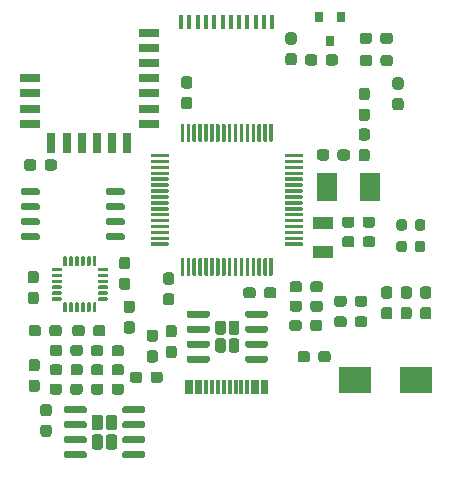
<source format=gbr>
G04 #@! TF.GenerationSoftware,KiCad,Pcbnew,(5.1.6-0-10_14)*
G04 #@! TF.CreationDate,2020-09-27T10:59:16+08:00*
G04 #@! TF.ProjectId,Watch_F4,57617463-685f-4463-942e-6b696361645f,rev?*
G04 #@! TF.SameCoordinates,Original*
G04 #@! TF.FileFunction,Paste,Top*
G04 #@! TF.FilePolarity,Positive*
%FSLAX46Y46*%
G04 Gerber Fmt 4.6, Leading zero omitted, Abs format (unit mm)*
G04 Created by KiCad (PCBNEW (5.1.6-0-10_14)) date 2020-09-27 10:59:16*
%MOMM*%
%LPD*%
G01*
G04 APERTURE LIST*
%ADD10R,0.300000X1.150000*%
%ADD11R,0.350000X1.300000*%
%ADD12R,0.800000X0.900000*%
%ADD13R,1.800000X0.800000*%
%ADD14R,0.800000X1.800000*%
%ADD15R,1.800000X1.000000*%
%ADD16R,1.700000X2.400000*%
%ADD17R,2.700000X2.200000*%
G04 APERTURE END LIST*
D10*
X151350000Y-118480000D03*
X150550000Y-118480000D03*
X145750000Y-118480000D03*
X144950000Y-118480000D03*
X144650000Y-118480000D03*
X145450000Y-118480000D03*
X146250000Y-118480000D03*
X146750000Y-118480000D03*
X147250000Y-118480000D03*
X147750000Y-118480000D03*
X148250000Y-118480000D03*
X148750000Y-118480000D03*
X149250000Y-118480000D03*
X149750000Y-118480000D03*
X150250000Y-118480000D03*
X151050000Y-118480000D03*
D11*
X151850000Y-87600000D03*
X151150000Y-87600000D03*
X150450000Y-87600000D03*
X149750000Y-87600000D03*
X149050000Y-87600000D03*
X148350000Y-87600000D03*
X147650000Y-87600000D03*
X146950000Y-87600000D03*
X146250000Y-87600000D03*
X145550000Y-87600000D03*
X144850000Y-87600000D03*
X144150000Y-87600000D03*
G36*
G01*
X163950000Y-106876250D02*
X163950000Y-106363750D01*
G75*
G02*
X164168750Y-106145000I218750J0D01*
G01*
X164606250Y-106145000D01*
G75*
G02*
X164825000Y-106363750I0J-218750D01*
G01*
X164825000Y-106876250D01*
G75*
G02*
X164606250Y-107095000I-218750J0D01*
G01*
X164168750Y-107095000D01*
G75*
G02*
X163950000Y-106876250I0J218750D01*
G01*
G37*
G36*
G01*
X162375000Y-106876250D02*
X162375000Y-106363750D01*
G75*
G02*
X162593750Y-106145000I218750J0D01*
G01*
X163031250Y-106145000D01*
G75*
G02*
X163250000Y-106363750I0J-218750D01*
G01*
X163250000Y-106876250D01*
G75*
G02*
X163031250Y-107095000I-218750J0D01*
G01*
X162593750Y-107095000D01*
G75*
G02*
X162375000Y-106876250I0J218750D01*
G01*
G37*
G36*
G01*
X163250000Y-104543750D02*
X163250000Y-105056250D01*
G75*
G02*
X163031250Y-105275000I-218750J0D01*
G01*
X162593750Y-105275000D01*
G75*
G02*
X162375000Y-105056250I0J218750D01*
G01*
X162375000Y-104543750D01*
G75*
G02*
X162593750Y-104325000I218750J0D01*
G01*
X163031250Y-104325000D01*
G75*
G02*
X163250000Y-104543750I0J-218750D01*
G01*
G37*
G36*
G01*
X164825000Y-104543750D02*
X164825000Y-105056250D01*
G75*
G02*
X164606250Y-105275000I-218750J0D01*
G01*
X164168750Y-105275000D01*
G75*
G02*
X163950000Y-105056250I0J218750D01*
G01*
X163950000Y-104543750D01*
G75*
G02*
X164168750Y-104325000I218750J0D01*
G01*
X164606250Y-104325000D01*
G75*
G02*
X164825000Y-104543750I0J-218750D01*
G01*
G37*
D12*
X156740000Y-89200000D03*
X155790000Y-87200000D03*
X157690000Y-87200000D03*
G36*
G01*
X162262500Y-94045000D02*
X162737500Y-94045000D01*
G75*
G02*
X162975000Y-94282500I0J-237500D01*
G01*
X162975000Y-94857500D01*
G75*
G02*
X162737500Y-95095000I-237500J0D01*
G01*
X162262500Y-95095000D01*
G75*
G02*
X162025000Y-94857500I0J237500D01*
G01*
X162025000Y-94282500D01*
G75*
G02*
X162262500Y-94045000I237500J0D01*
G01*
G37*
G36*
G01*
X162262500Y-92295000D02*
X162737500Y-92295000D01*
G75*
G02*
X162975000Y-92532500I0J-237500D01*
G01*
X162975000Y-93107500D01*
G75*
G02*
X162737500Y-93345000I-237500J0D01*
G01*
X162262500Y-93345000D01*
G75*
G02*
X162025000Y-93107500I0J237500D01*
G01*
X162025000Y-92532500D01*
G75*
G02*
X162262500Y-92295000I237500J0D01*
G01*
G37*
G36*
G01*
X161020000Y-91117500D02*
X161020000Y-90642500D01*
G75*
G02*
X161257500Y-90405000I237500J0D01*
G01*
X161832500Y-90405000D01*
G75*
G02*
X162070000Y-90642500I0J-237500D01*
G01*
X162070000Y-91117500D01*
G75*
G02*
X161832500Y-91355000I-237500J0D01*
G01*
X161257500Y-91355000D01*
G75*
G02*
X161020000Y-91117500I0J237500D01*
G01*
G37*
G36*
G01*
X159270000Y-91117500D02*
X159270000Y-90642500D01*
G75*
G02*
X159507500Y-90405000I237500J0D01*
G01*
X160082500Y-90405000D01*
G75*
G02*
X160320000Y-90642500I0J-237500D01*
G01*
X160320000Y-91117500D01*
G75*
G02*
X160082500Y-91355000I-237500J0D01*
G01*
X159507500Y-91355000D01*
G75*
G02*
X159270000Y-91117500I0J237500D01*
G01*
G37*
G36*
G01*
X155680000Y-90592500D02*
X155680000Y-91067500D01*
G75*
G02*
X155442500Y-91305000I-237500J0D01*
G01*
X154867500Y-91305000D01*
G75*
G02*
X154630000Y-91067500I0J237500D01*
G01*
X154630000Y-90592500D01*
G75*
G02*
X154867500Y-90355000I237500J0D01*
G01*
X155442500Y-90355000D01*
G75*
G02*
X155680000Y-90592500I0J-237500D01*
G01*
G37*
G36*
G01*
X157430000Y-90592500D02*
X157430000Y-91067500D01*
G75*
G02*
X157192500Y-91305000I-237500J0D01*
G01*
X156617500Y-91305000D01*
G75*
G02*
X156380000Y-91067500I0J237500D01*
G01*
X156380000Y-90592500D01*
G75*
G02*
X156617500Y-90355000I237500J0D01*
G01*
X157192500Y-90355000D01*
G75*
G02*
X157430000Y-90592500I0J-237500D01*
G01*
G37*
G36*
G01*
X161000000Y-89237500D02*
X161000000Y-88762500D01*
G75*
G02*
X161237500Y-88525000I237500J0D01*
G01*
X161812500Y-88525000D01*
G75*
G02*
X162050000Y-88762500I0J-237500D01*
G01*
X162050000Y-89237500D01*
G75*
G02*
X161812500Y-89475000I-237500J0D01*
G01*
X161237500Y-89475000D01*
G75*
G02*
X161000000Y-89237500I0J237500D01*
G01*
G37*
G36*
G01*
X159250000Y-89237500D02*
X159250000Y-88762500D01*
G75*
G02*
X159487500Y-88525000I237500J0D01*
G01*
X160062500Y-88525000D01*
G75*
G02*
X160300000Y-88762500I0J-237500D01*
G01*
X160300000Y-89237500D01*
G75*
G02*
X160062500Y-89475000I-237500J0D01*
G01*
X159487500Y-89475000D01*
G75*
G02*
X159250000Y-89237500I0J237500D01*
G01*
G37*
G36*
G01*
X153212500Y-90240000D02*
X153687500Y-90240000D01*
G75*
G02*
X153925000Y-90477500I0J-237500D01*
G01*
X153925000Y-91052500D01*
G75*
G02*
X153687500Y-91290000I-237500J0D01*
G01*
X153212500Y-91290000D01*
G75*
G02*
X152975000Y-91052500I0J237500D01*
G01*
X152975000Y-90477500D01*
G75*
G02*
X153212500Y-90240000I237500J0D01*
G01*
G37*
G36*
G01*
X153212500Y-88490000D02*
X153687500Y-88490000D01*
G75*
G02*
X153925000Y-88727500I0J-237500D01*
G01*
X153925000Y-89302500D01*
G75*
G02*
X153687500Y-89540000I-237500J0D01*
G01*
X153212500Y-89540000D01*
G75*
G02*
X152975000Y-89302500I0J237500D01*
G01*
X152975000Y-88727500D01*
G75*
G02*
X153212500Y-88490000I237500J0D01*
G01*
G37*
G36*
G01*
X142842500Y-110565000D02*
X143317500Y-110565000D01*
G75*
G02*
X143555000Y-110802500I0J-237500D01*
G01*
X143555000Y-111377500D01*
G75*
G02*
X143317500Y-111615000I-237500J0D01*
G01*
X142842500Y-111615000D01*
G75*
G02*
X142605000Y-111377500I0J237500D01*
G01*
X142605000Y-110802500D01*
G75*
G02*
X142842500Y-110565000I237500J0D01*
G01*
G37*
G36*
G01*
X142842500Y-108815000D02*
X143317500Y-108815000D01*
G75*
G02*
X143555000Y-109052500I0J-237500D01*
G01*
X143555000Y-109627500D01*
G75*
G02*
X143317500Y-109865000I-237500J0D01*
G01*
X142842500Y-109865000D01*
G75*
G02*
X142605000Y-109627500I0J237500D01*
G01*
X142605000Y-109052500D01*
G75*
G02*
X142842500Y-108815000I237500J0D01*
G01*
G37*
G36*
G01*
X151900000Y-107655000D02*
X151900000Y-109055000D01*
G75*
G02*
X151825000Y-109130000I-75000J0D01*
G01*
X151675000Y-109130000D01*
G75*
G02*
X151600000Y-109055000I0J75000D01*
G01*
X151600000Y-107655000D01*
G75*
G02*
X151675000Y-107580000I75000J0D01*
G01*
X151825000Y-107580000D01*
G75*
G02*
X151900000Y-107655000I0J-75000D01*
G01*
G37*
G36*
G01*
X151400000Y-107655000D02*
X151400000Y-109055000D01*
G75*
G02*
X151325000Y-109130000I-75000J0D01*
G01*
X151175000Y-109130000D01*
G75*
G02*
X151100000Y-109055000I0J75000D01*
G01*
X151100000Y-107655000D01*
G75*
G02*
X151175000Y-107580000I75000J0D01*
G01*
X151325000Y-107580000D01*
G75*
G02*
X151400000Y-107655000I0J-75000D01*
G01*
G37*
G36*
G01*
X150900000Y-107655000D02*
X150900000Y-109055000D01*
G75*
G02*
X150825000Y-109130000I-75000J0D01*
G01*
X150675000Y-109130000D01*
G75*
G02*
X150600000Y-109055000I0J75000D01*
G01*
X150600000Y-107655000D01*
G75*
G02*
X150675000Y-107580000I75000J0D01*
G01*
X150825000Y-107580000D01*
G75*
G02*
X150900000Y-107655000I0J-75000D01*
G01*
G37*
G36*
G01*
X150400000Y-107655000D02*
X150400000Y-109055000D01*
G75*
G02*
X150325000Y-109130000I-75000J0D01*
G01*
X150175000Y-109130000D01*
G75*
G02*
X150100000Y-109055000I0J75000D01*
G01*
X150100000Y-107655000D01*
G75*
G02*
X150175000Y-107580000I75000J0D01*
G01*
X150325000Y-107580000D01*
G75*
G02*
X150400000Y-107655000I0J-75000D01*
G01*
G37*
G36*
G01*
X149900000Y-107655000D02*
X149900000Y-109055000D01*
G75*
G02*
X149825000Y-109130000I-75000J0D01*
G01*
X149675000Y-109130000D01*
G75*
G02*
X149600000Y-109055000I0J75000D01*
G01*
X149600000Y-107655000D01*
G75*
G02*
X149675000Y-107580000I75000J0D01*
G01*
X149825000Y-107580000D01*
G75*
G02*
X149900000Y-107655000I0J-75000D01*
G01*
G37*
G36*
G01*
X149400000Y-107655000D02*
X149400000Y-109055000D01*
G75*
G02*
X149325000Y-109130000I-75000J0D01*
G01*
X149175000Y-109130000D01*
G75*
G02*
X149100000Y-109055000I0J75000D01*
G01*
X149100000Y-107655000D01*
G75*
G02*
X149175000Y-107580000I75000J0D01*
G01*
X149325000Y-107580000D01*
G75*
G02*
X149400000Y-107655000I0J-75000D01*
G01*
G37*
G36*
G01*
X148900000Y-107655000D02*
X148900000Y-109055000D01*
G75*
G02*
X148825000Y-109130000I-75000J0D01*
G01*
X148675000Y-109130000D01*
G75*
G02*
X148600000Y-109055000I0J75000D01*
G01*
X148600000Y-107655000D01*
G75*
G02*
X148675000Y-107580000I75000J0D01*
G01*
X148825000Y-107580000D01*
G75*
G02*
X148900000Y-107655000I0J-75000D01*
G01*
G37*
G36*
G01*
X148400000Y-107655000D02*
X148400000Y-109055000D01*
G75*
G02*
X148325000Y-109130000I-75000J0D01*
G01*
X148175000Y-109130000D01*
G75*
G02*
X148100000Y-109055000I0J75000D01*
G01*
X148100000Y-107655000D01*
G75*
G02*
X148175000Y-107580000I75000J0D01*
G01*
X148325000Y-107580000D01*
G75*
G02*
X148400000Y-107655000I0J-75000D01*
G01*
G37*
G36*
G01*
X147900000Y-107655000D02*
X147900000Y-109055000D01*
G75*
G02*
X147825000Y-109130000I-75000J0D01*
G01*
X147675000Y-109130000D01*
G75*
G02*
X147600000Y-109055000I0J75000D01*
G01*
X147600000Y-107655000D01*
G75*
G02*
X147675000Y-107580000I75000J0D01*
G01*
X147825000Y-107580000D01*
G75*
G02*
X147900000Y-107655000I0J-75000D01*
G01*
G37*
G36*
G01*
X147400000Y-107655000D02*
X147400000Y-109055000D01*
G75*
G02*
X147325000Y-109130000I-75000J0D01*
G01*
X147175000Y-109130000D01*
G75*
G02*
X147100000Y-109055000I0J75000D01*
G01*
X147100000Y-107655000D01*
G75*
G02*
X147175000Y-107580000I75000J0D01*
G01*
X147325000Y-107580000D01*
G75*
G02*
X147400000Y-107655000I0J-75000D01*
G01*
G37*
G36*
G01*
X146900000Y-107655000D02*
X146900000Y-109055000D01*
G75*
G02*
X146825000Y-109130000I-75000J0D01*
G01*
X146675000Y-109130000D01*
G75*
G02*
X146600000Y-109055000I0J75000D01*
G01*
X146600000Y-107655000D01*
G75*
G02*
X146675000Y-107580000I75000J0D01*
G01*
X146825000Y-107580000D01*
G75*
G02*
X146900000Y-107655000I0J-75000D01*
G01*
G37*
G36*
G01*
X146400000Y-107655000D02*
X146400000Y-109055000D01*
G75*
G02*
X146325000Y-109130000I-75000J0D01*
G01*
X146175000Y-109130000D01*
G75*
G02*
X146100000Y-109055000I0J75000D01*
G01*
X146100000Y-107655000D01*
G75*
G02*
X146175000Y-107580000I75000J0D01*
G01*
X146325000Y-107580000D01*
G75*
G02*
X146400000Y-107655000I0J-75000D01*
G01*
G37*
G36*
G01*
X145900000Y-107655000D02*
X145900000Y-109055000D01*
G75*
G02*
X145825000Y-109130000I-75000J0D01*
G01*
X145675000Y-109130000D01*
G75*
G02*
X145600000Y-109055000I0J75000D01*
G01*
X145600000Y-107655000D01*
G75*
G02*
X145675000Y-107580000I75000J0D01*
G01*
X145825000Y-107580000D01*
G75*
G02*
X145900000Y-107655000I0J-75000D01*
G01*
G37*
G36*
G01*
X145400000Y-107655000D02*
X145400000Y-109055000D01*
G75*
G02*
X145325000Y-109130000I-75000J0D01*
G01*
X145175000Y-109130000D01*
G75*
G02*
X145100000Y-109055000I0J75000D01*
G01*
X145100000Y-107655000D01*
G75*
G02*
X145175000Y-107580000I75000J0D01*
G01*
X145325000Y-107580000D01*
G75*
G02*
X145400000Y-107655000I0J-75000D01*
G01*
G37*
G36*
G01*
X144900000Y-107655000D02*
X144900000Y-109055000D01*
G75*
G02*
X144825000Y-109130000I-75000J0D01*
G01*
X144675000Y-109130000D01*
G75*
G02*
X144600000Y-109055000I0J75000D01*
G01*
X144600000Y-107655000D01*
G75*
G02*
X144675000Y-107580000I75000J0D01*
G01*
X144825000Y-107580000D01*
G75*
G02*
X144900000Y-107655000I0J-75000D01*
G01*
G37*
G36*
G01*
X144400000Y-107655000D02*
X144400000Y-109055000D01*
G75*
G02*
X144325000Y-109130000I-75000J0D01*
G01*
X144175000Y-109130000D01*
G75*
G02*
X144100000Y-109055000I0J75000D01*
G01*
X144100000Y-107655000D01*
G75*
G02*
X144175000Y-107580000I75000J0D01*
G01*
X144325000Y-107580000D01*
G75*
G02*
X144400000Y-107655000I0J-75000D01*
G01*
G37*
G36*
G01*
X143100000Y-106355000D02*
X143100000Y-106505000D01*
G75*
G02*
X143025000Y-106580000I-75000J0D01*
G01*
X141625000Y-106580000D01*
G75*
G02*
X141550000Y-106505000I0J75000D01*
G01*
X141550000Y-106355000D01*
G75*
G02*
X141625000Y-106280000I75000J0D01*
G01*
X143025000Y-106280000D01*
G75*
G02*
X143100000Y-106355000I0J-75000D01*
G01*
G37*
G36*
G01*
X143100000Y-105855000D02*
X143100000Y-106005000D01*
G75*
G02*
X143025000Y-106080000I-75000J0D01*
G01*
X141625000Y-106080000D01*
G75*
G02*
X141550000Y-106005000I0J75000D01*
G01*
X141550000Y-105855000D01*
G75*
G02*
X141625000Y-105780000I75000J0D01*
G01*
X143025000Y-105780000D01*
G75*
G02*
X143100000Y-105855000I0J-75000D01*
G01*
G37*
G36*
G01*
X143100000Y-105355000D02*
X143100000Y-105505000D01*
G75*
G02*
X143025000Y-105580000I-75000J0D01*
G01*
X141625000Y-105580000D01*
G75*
G02*
X141550000Y-105505000I0J75000D01*
G01*
X141550000Y-105355000D01*
G75*
G02*
X141625000Y-105280000I75000J0D01*
G01*
X143025000Y-105280000D01*
G75*
G02*
X143100000Y-105355000I0J-75000D01*
G01*
G37*
G36*
G01*
X143100000Y-104855000D02*
X143100000Y-105005000D01*
G75*
G02*
X143025000Y-105080000I-75000J0D01*
G01*
X141625000Y-105080000D01*
G75*
G02*
X141550000Y-105005000I0J75000D01*
G01*
X141550000Y-104855000D01*
G75*
G02*
X141625000Y-104780000I75000J0D01*
G01*
X143025000Y-104780000D01*
G75*
G02*
X143100000Y-104855000I0J-75000D01*
G01*
G37*
G36*
G01*
X143100000Y-104355000D02*
X143100000Y-104505000D01*
G75*
G02*
X143025000Y-104580000I-75000J0D01*
G01*
X141625000Y-104580000D01*
G75*
G02*
X141550000Y-104505000I0J75000D01*
G01*
X141550000Y-104355000D01*
G75*
G02*
X141625000Y-104280000I75000J0D01*
G01*
X143025000Y-104280000D01*
G75*
G02*
X143100000Y-104355000I0J-75000D01*
G01*
G37*
G36*
G01*
X143100000Y-103855000D02*
X143100000Y-104005000D01*
G75*
G02*
X143025000Y-104080000I-75000J0D01*
G01*
X141625000Y-104080000D01*
G75*
G02*
X141550000Y-104005000I0J75000D01*
G01*
X141550000Y-103855000D01*
G75*
G02*
X141625000Y-103780000I75000J0D01*
G01*
X143025000Y-103780000D01*
G75*
G02*
X143100000Y-103855000I0J-75000D01*
G01*
G37*
G36*
G01*
X143100000Y-103355000D02*
X143100000Y-103505000D01*
G75*
G02*
X143025000Y-103580000I-75000J0D01*
G01*
X141625000Y-103580000D01*
G75*
G02*
X141550000Y-103505000I0J75000D01*
G01*
X141550000Y-103355000D01*
G75*
G02*
X141625000Y-103280000I75000J0D01*
G01*
X143025000Y-103280000D01*
G75*
G02*
X143100000Y-103355000I0J-75000D01*
G01*
G37*
G36*
G01*
X143100000Y-102855000D02*
X143100000Y-103005000D01*
G75*
G02*
X143025000Y-103080000I-75000J0D01*
G01*
X141625000Y-103080000D01*
G75*
G02*
X141550000Y-103005000I0J75000D01*
G01*
X141550000Y-102855000D01*
G75*
G02*
X141625000Y-102780000I75000J0D01*
G01*
X143025000Y-102780000D01*
G75*
G02*
X143100000Y-102855000I0J-75000D01*
G01*
G37*
G36*
G01*
X143100000Y-102355000D02*
X143100000Y-102505000D01*
G75*
G02*
X143025000Y-102580000I-75000J0D01*
G01*
X141625000Y-102580000D01*
G75*
G02*
X141550000Y-102505000I0J75000D01*
G01*
X141550000Y-102355000D01*
G75*
G02*
X141625000Y-102280000I75000J0D01*
G01*
X143025000Y-102280000D01*
G75*
G02*
X143100000Y-102355000I0J-75000D01*
G01*
G37*
G36*
G01*
X143100000Y-101855000D02*
X143100000Y-102005000D01*
G75*
G02*
X143025000Y-102080000I-75000J0D01*
G01*
X141625000Y-102080000D01*
G75*
G02*
X141550000Y-102005000I0J75000D01*
G01*
X141550000Y-101855000D01*
G75*
G02*
X141625000Y-101780000I75000J0D01*
G01*
X143025000Y-101780000D01*
G75*
G02*
X143100000Y-101855000I0J-75000D01*
G01*
G37*
G36*
G01*
X143100000Y-101355000D02*
X143100000Y-101505000D01*
G75*
G02*
X143025000Y-101580000I-75000J0D01*
G01*
X141625000Y-101580000D01*
G75*
G02*
X141550000Y-101505000I0J75000D01*
G01*
X141550000Y-101355000D01*
G75*
G02*
X141625000Y-101280000I75000J0D01*
G01*
X143025000Y-101280000D01*
G75*
G02*
X143100000Y-101355000I0J-75000D01*
G01*
G37*
G36*
G01*
X143100000Y-100855000D02*
X143100000Y-101005000D01*
G75*
G02*
X143025000Y-101080000I-75000J0D01*
G01*
X141625000Y-101080000D01*
G75*
G02*
X141550000Y-101005000I0J75000D01*
G01*
X141550000Y-100855000D01*
G75*
G02*
X141625000Y-100780000I75000J0D01*
G01*
X143025000Y-100780000D01*
G75*
G02*
X143100000Y-100855000I0J-75000D01*
G01*
G37*
G36*
G01*
X143100000Y-100355000D02*
X143100000Y-100505000D01*
G75*
G02*
X143025000Y-100580000I-75000J0D01*
G01*
X141625000Y-100580000D01*
G75*
G02*
X141550000Y-100505000I0J75000D01*
G01*
X141550000Y-100355000D01*
G75*
G02*
X141625000Y-100280000I75000J0D01*
G01*
X143025000Y-100280000D01*
G75*
G02*
X143100000Y-100355000I0J-75000D01*
G01*
G37*
G36*
G01*
X143100000Y-99855000D02*
X143100000Y-100005000D01*
G75*
G02*
X143025000Y-100080000I-75000J0D01*
G01*
X141625000Y-100080000D01*
G75*
G02*
X141550000Y-100005000I0J75000D01*
G01*
X141550000Y-99855000D01*
G75*
G02*
X141625000Y-99780000I75000J0D01*
G01*
X143025000Y-99780000D01*
G75*
G02*
X143100000Y-99855000I0J-75000D01*
G01*
G37*
G36*
G01*
X143100000Y-99355000D02*
X143100000Y-99505000D01*
G75*
G02*
X143025000Y-99580000I-75000J0D01*
G01*
X141625000Y-99580000D01*
G75*
G02*
X141550000Y-99505000I0J75000D01*
G01*
X141550000Y-99355000D01*
G75*
G02*
X141625000Y-99280000I75000J0D01*
G01*
X143025000Y-99280000D01*
G75*
G02*
X143100000Y-99355000I0J-75000D01*
G01*
G37*
G36*
G01*
X143100000Y-98855000D02*
X143100000Y-99005000D01*
G75*
G02*
X143025000Y-99080000I-75000J0D01*
G01*
X141625000Y-99080000D01*
G75*
G02*
X141550000Y-99005000I0J75000D01*
G01*
X141550000Y-98855000D01*
G75*
G02*
X141625000Y-98780000I75000J0D01*
G01*
X143025000Y-98780000D01*
G75*
G02*
X143100000Y-98855000I0J-75000D01*
G01*
G37*
G36*
G01*
X144400000Y-96305000D02*
X144400000Y-97705000D01*
G75*
G02*
X144325000Y-97780000I-75000J0D01*
G01*
X144175000Y-97780000D01*
G75*
G02*
X144100000Y-97705000I0J75000D01*
G01*
X144100000Y-96305000D01*
G75*
G02*
X144175000Y-96230000I75000J0D01*
G01*
X144325000Y-96230000D01*
G75*
G02*
X144400000Y-96305000I0J-75000D01*
G01*
G37*
G36*
G01*
X144900000Y-96305000D02*
X144900000Y-97705000D01*
G75*
G02*
X144825000Y-97780000I-75000J0D01*
G01*
X144675000Y-97780000D01*
G75*
G02*
X144600000Y-97705000I0J75000D01*
G01*
X144600000Y-96305000D01*
G75*
G02*
X144675000Y-96230000I75000J0D01*
G01*
X144825000Y-96230000D01*
G75*
G02*
X144900000Y-96305000I0J-75000D01*
G01*
G37*
G36*
G01*
X145400000Y-96305000D02*
X145400000Y-97705000D01*
G75*
G02*
X145325000Y-97780000I-75000J0D01*
G01*
X145175000Y-97780000D01*
G75*
G02*
X145100000Y-97705000I0J75000D01*
G01*
X145100000Y-96305000D01*
G75*
G02*
X145175000Y-96230000I75000J0D01*
G01*
X145325000Y-96230000D01*
G75*
G02*
X145400000Y-96305000I0J-75000D01*
G01*
G37*
G36*
G01*
X145900000Y-96305000D02*
X145900000Y-97705000D01*
G75*
G02*
X145825000Y-97780000I-75000J0D01*
G01*
X145675000Y-97780000D01*
G75*
G02*
X145600000Y-97705000I0J75000D01*
G01*
X145600000Y-96305000D01*
G75*
G02*
X145675000Y-96230000I75000J0D01*
G01*
X145825000Y-96230000D01*
G75*
G02*
X145900000Y-96305000I0J-75000D01*
G01*
G37*
G36*
G01*
X146400000Y-96305000D02*
X146400000Y-97705000D01*
G75*
G02*
X146325000Y-97780000I-75000J0D01*
G01*
X146175000Y-97780000D01*
G75*
G02*
X146100000Y-97705000I0J75000D01*
G01*
X146100000Y-96305000D01*
G75*
G02*
X146175000Y-96230000I75000J0D01*
G01*
X146325000Y-96230000D01*
G75*
G02*
X146400000Y-96305000I0J-75000D01*
G01*
G37*
G36*
G01*
X146900000Y-96305000D02*
X146900000Y-97705000D01*
G75*
G02*
X146825000Y-97780000I-75000J0D01*
G01*
X146675000Y-97780000D01*
G75*
G02*
X146600000Y-97705000I0J75000D01*
G01*
X146600000Y-96305000D01*
G75*
G02*
X146675000Y-96230000I75000J0D01*
G01*
X146825000Y-96230000D01*
G75*
G02*
X146900000Y-96305000I0J-75000D01*
G01*
G37*
G36*
G01*
X147400000Y-96305000D02*
X147400000Y-97705000D01*
G75*
G02*
X147325000Y-97780000I-75000J0D01*
G01*
X147175000Y-97780000D01*
G75*
G02*
X147100000Y-97705000I0J75000D01*
G01*
X147100000Y-96305000D01*
G75*
G02*
X147175000Y-96230000I75000J0D01*
G01*
X147325000Y-96230000D01*
G75*
G02*
X147400000Y-96305000I0J-75000D01*
G01*
G37*
G36*
G01*
X147900000Y-96305000D02*
X147900000Y-97705000D01*
G75*
G02*
X147825000Y-97780000I-75000J0D01*
G01*
X147675000Y-97780000D01*
G75*
G02*
X147600000Y-97705000I0J75000D01*
G01*
X147600000Y-96305000D01*
G75*
G02*
X147675000Y-96230000I75000J0D01*
G01*
X147825000Y-96230000D01*
G75*
G02*
X147900000Y-96305000I0J-75000D01*
G01*
G37*
G36*
G01*
X148400000Y-96305000D02*
X148400000Y-97705000D01*
G75*
G02*
X148325000Y-97780000I-75000J0D01*
G01*
X148175000Y-97780000D01*
G75*
G02*
X148100000Y-97705000I0J75000D01*
G01*
X148100000Y-96305000D01*
G75*
G02*
X148175000Y-96230000I75000J0D01*
G01*
X148325000Y-96230000D01*
G75*
G02*
X148400000Y-96305000I0J-75000D01*
G01*
G37*
G36*
G01*
X148900000Y-96305000D02*
X148900000Y-97705000D01*
G75*
G02*
X148825000Y-97780000I-75000J0D01*
G01*
X148675000Y-97780000D01*
G75*
G02*
X148600000Y-97705000I0J75000D01*
G01*
X148600000Y-96305000D01*
G75*
G02*
X148675000Y-96230000I75000J0D01*
G01*
X148825000Y-96230000D01*
G75*
G02*
X148900000Y-96305000I0J-75000D01*
G01*
G37*
G36*
G01*
X149400000Y-96305000D02*
X149400000Y-97705000D01*
G75*
G02*
X149325000Y-97780000I-75000J0D01*
G01*
X149175000Y-97780000D01*
G75*
G02*
X149100000Y-97705000I0J75000D01*
G01*
X149100000Y-96305000D01*
G75*
G02*
X149175000Y-96230000I75000J0D01*
G01*
X149325000Y-96230000D01*
G75*
G02*
X149400000Y-96305000I0J-75000D01*
G01*
G37*
G36*
G01*
X149900000Y-96305000D02*
X149900000Y-97705000D01*
G75*
G02*
X149825000Y-97780000I-75000J0D01*
G01*
X149675000Y-97780000D01*
G75*
G02*
X149600000Y-97705000I0J75000D01*
G01*
X149600000Y-96305000D01*
G75*
G02*
X149675000Y-96230000I75000J0D01*
G01*
X149825000Y-96230000D01*
G75*
G02*
X149900000Y-96305000I0J-75000D01*
G01*
G37*
G36*
G01*
X150400000Y-96305000D02*
X150400000Y-97705000D01*
G75*
G02*
X150325000Y-97780000I-75000J0D01*
G01*
X150175000Y-97780000D01*
G75*
G02*
X150100000Y-97705000I0J75000D01*
G01*
X150100000Y-96305000D01*
G75*
G02*
X150175000Y-96230000I75000J0D01*
G01*
X150325000Y-96230000D01*
G75*
G02*
X150400000Y-96305000I0J-75000D01*
G01*
G37*
G36*
G01*
X150900000Y-96305000D02*
X150900000Y-97705000D01*
G75*
G02*
X150825000Y-97780000I-75000J0D01*
G01*
X150675000Y-97780000D01*
G75*
G02*
X150600000Y-97705000I0J75000D01*
G01*
X150600000Y-96305000D01*
G75*
G02*
X150675000Y-96230000I75000J0D01*
G01*
X150825000Y-96230000D01*
G75*
G02*
X150900000Y-96305000I0J-75000D01*
G01*
G37*
G36*
G01*
X151400000Y-96305000D02*
X151400000Y-97705000D01*
G75*
G02*
X151325000Y-97780000I-75000J0D01*
G01*
X151175000Y-97780000D01*
G75*
G02*
X151100000Y-97705000I0J75000D01*
G01*
X151100000Y-96305000D01*
G75*
G02*
X151175000Y-96230000I75000J0D01*
G01*
X151325000Y-96230000D01*
G75*
G02*
X151400000Y-96305000I0J-75000D01*
G01*
G37*
G36*
G01*
X151900000Y-96305000D02*
X151900000Y-97705000D01*
G75*
G02*
X151825000Y-97780000I-75000J0D01*
G01*
X151675000Y-97780000D01*
G75*
G02*
X151600000Y-97705000I0J75000D01*
G01*
X151600000Y-96305000D01*
G75*
G02*
X151675000Y-96230000I75000J0D01*
G01*
X151825000Y-96230000D01*
G75*
G02*
X151900000Y-96305000I0J-75000D01*
G01*
G37*
G36*
G01*
X154450000Y-98855000D02*
X154450000Y-99005000D01*
G75*
G02*
X154375000Y-99080000I-75000J0D01*
G01*
X152975000Y-99080000D01*
G75*
G02*
X152900000Y-99005000I0J75000D01*
G01*
X152900000Y-98855000D01*
G75*
G02*
X152975000Y-98780000I75000J0D01*
G01*
X154375000Y-98780000D01*
G75*
G02*
X154450000Y-98855000I0J-75000D01*
G01*
G37*
G36*
G01*
X154450000Y-99355000D02*
X154450000Y-99505000D01*
G75*
G02*
X154375000Y-99580000I-75000J0D01*
G01*
X152975000Y-99580000D01*
G75*
G02*
X152900000Y-99505000I0J75000D01*
G01*
X152900000Y-99355000D01*
G75*
G02*
X152975000Y-99280000I75000J0D01*
G01*
X154375000Y-99280000D01*
G75*
G02*
X154450000Y-99355000I0J-75000D01*
G01*
G37*
G36*
G01*
X154450000Y-99855000D02*
X154450000Y-100005000D01*
G75*
G02*
X154375000Y-100080000I-75000J0D01*
G01*
X152975000Y-100080000D01*
G75*
G02*
X152900000Y-100005000I0J75000D01*
G01*
X152900000Y-99855000D01*
G75*
G02*
X152975000Y-99780000I75000J0D01*
G01*
X154375000Y-99780000D01*
G75*
G02*
X154450000Y-99855000I0J-75000D01*
G01*
G37*
G36*
G01*
X154450000Y-100355000D02*
X154450000Y-100505000D01*
G75*
G02*
X154375000Y-100580000I-75000J0D01*
G01*
X152975000Y-100580000D01*
G75*
G02*
X152900000Y-100505000I0J75000D01*
G01*
X152900000Y-100355000D01*
G75*
G02*
X152975000Y-100280000I75000J0D01*
G01*
X154375000Y-100280000D01*
G75*
G02*
X154450000Y-100355000I0J-75000D01*
G01*
G37*
G36*
G01*
X154450000Y-100855000D02*
X154450000Y-101005000D01*
G75*
G02*
X154375000Y-101080000I-75000J0D01*
G01*
X152975000Y-101080000D01*
G75*
G02*
X152900000Y-101005000I0J75000D01*
G01*
X152900000Y-100855000D01*
G75*
G02*
X152975000Y-100780000I75000J0D01*
G01*
X154375000Y-100780000D01*
G75*
G02*
X154450000Y-100855000I0J-75000D01*
G01*
G37*
G36*
G01*
X154450000Y-101355000D02*
X154450000Y-101505000D01*
G75*
G02*
X154375000Y-101580000I-75000J0D01*
G01*
X152975000Y-101580000D01*
G75*
G02*
X152900000Y-101505000I0J75000D01*
G01*
X152900000Y-101355000D01*
G75*
G02*
X152975000Y-101280000I75000J0D01*
G01*
X154375000Y-101280000D01*
G75*
G02*
X154450000Y-101355000I0J-75000D01*
G01*
G37*
G36*
G01*
X154450000Y-101855000D02*
X154450000Y-102005000D01*
G75*
G02*
X154375000Y-102080000I-75000J0D01*
G01*
X152975000Y-102080000D01*
G75*
G02*
X152900000Y-102005000I0J75000D01*
G01*
X152900000Y-101855000D01*
G75*
G02*
X152975000Y-101780000I75000J0D01*
G01*
X154375000Y-101780000D01*
G75*
G02*
X154450000Y-101855000I0J-75000D01*
G01*
G37*
G36*
G01*
X154450000Y-102355000D02*
X154450000Y-102505000D01*
G75*
G02*
X154375000Y-102580000I-75000J0D01*
G01*
X152975000Y-102580000D01*
G75*
G02*
X152900000Y-102505000I0J75000D01*
G01*
X152900000Y-102355000D01*
G75*
G02*
X152975000Y-102280000I75000J0D01*
G01*
X154375000Y-102280000D01*
G75*
G02*
X154450000Y-102355000I0J-75000D01*
G01*
G37*
G36*
G01*
X154450000Y-102855000D02*
X154450000Y-103005000D01*
G75*
G02*
X154375000Y-103080000I-75000J0D01*
G01*
X152975000Y-103080000D01*
G75*
G02*
X152900000Y-103005000I0J75000D01*
G01*
X152900000Y-102855000D01*
G75*
G02*
X152975000Y-102780000I75000J0D01*
G01*
X154375000Y-102780000D01*
G75*
G02*
X154450000Y-102855000I0J-75000D01*
G01*
G37*
G36*
G01*
X154450000Y-103355000D02*
X154450000Y-103505000D01*
G75*
G02*
X154375000Y-103580000I-75000J0D01*
G01*
X152975000Y-103580000D01*
G75*
G02*
X152900000Y-103505000I0J75000D01*
G01*
X152900000Y-103355000D01*
G75*
G02*
X152975000Y-103280000I75000J0D01*
G01*
X154375000Y-103280000D01*
G75*
G02*
X154450000Y-103355000I0J-75000D01*
G01*
G37*
G36*
G01*
X154450000Y-103855000D02*
X154450000Y-104005000D01*
G75*
G02*
X154375000Y-104080000I-75000J0D01*
G01*
X152975000Y-104080000D01*
G75*
G02*
X152900000Y-104005000I0J75000D01*
G01*
X152900000Y-103855000D01*
G75*
G02*
X152975000Y-103780000I75000J0D01*
G01*
X154375000Y-103780000D01*
G75*
G02*
X154450000Y-103855000I0J-75000D01*
G01*
G37*
G36*
G01*
X154450000Y-104355000D02*
X154450000Y-104505000D01*
G75*
G02*
X154375000Y-104580000I-75000J0D01*
G01*
X152975000Y-104580000D01*
G75*
G02*
X152900000Y-104505000I0J75000D01*
G01*
X152900000Y-104355000D01*
G75*
G02*
X152975000Y-104280000I75000J0D01*
G01*
X154375000Y-104280000D01*
G75*
G02*
X154450000Y-104355000I0J-75000D01*
G01*
G37*
G36*
G01*
X154450000Y-104855000D02*
X154450000Y-105005000D01*
G75*
G02*
X154375000Y-105080000I-75000J0D01*
G01*
X152975000Y-105080000D01*
G75*
G02*
X152900000Y-105005000I0J75000D01*
G01*
X152900000Y-104855000D01*
G75*
G02*
X152975000Y-104780000I75000J0D01*
G01*
X154375000Y-104780000D01*
G75*
G02*
X154450000Y-104855000I0J-75000D01*
G01*
G37*
G36*
G01*
X154450000Y-105355000D02*
X154450000Y-105505000D01*
G75*
G02*
X154375000Y-105580000I-75000J0D01*
G01*
X152975000Y-105580000D01*
G75*
G02*
X152900000Y-105505000I0J75000D01*
G01*
X152900000Y-105355000D01*
G75*
G02*
X152975000Y-105280000I75000J0D01*
G01*
X154375000Y-105280000D01*
G75*
G02*
X154450000Y-105355000I0J-75000D01*
G01*
G37*
G36*
G01*
X154450000Y-105855000D02*
X154450000Y-106005000D01*
G75*
G02*
X154375000Y-106080000I-75000J0D01*
G01*
X152975000Y-106080000D01*
G75*
G02*
X152900000Y-106005000I0J75000D01*
G01*
X152900000Y-105855000D01*
G75*
G02*
X152975000Y-105780000I75000J0D01*
G01*
X154375000Y-105780000D01*
G75*
G02*
X154450000Y-105855000I0J-75000D01*
G01*
G37*
G36*
G01*
X154450000Y-106355000D02*
X154450000Y-106505000D01*
G75*
G02*
X154375000Y-106580000I-75000J0D01*
G01*
X152975000Y-106580000D01*
G75*
G02*
X152900000Y-106505000I0J75000D01*
G01*
X152900000Y-106355000D01*
G75*
G02*
X152975000Y-106280000I75000J0D01*
G01*
X154375000Y-106280000D01*
G75*
G02*
X154450000Y-106355000I0J-75000D01*
G01*
G37*
D13*
X131360000Y-96220000D03*
X131360000Y-94940000D03*
X131360000Y-93660000D03*
X141460000Y-88540000D03*
X141460000Y-89820000D03*
X141460000Y-91100000D03*
X141460000Y-92380000D03*
X141460000Y-93660000D03*
X141460000Y-94940000D03*
X141460000Y-96220000D03*
D14*
X139560000Y-97820000D03*
X138280000Y-97820000D03*
X137000000Y-97820000D03*
X135720000Y-97820000D03*
X134440000Y-97820000D03*
X133160000Y-97820000D03*
D13*
X131360000Y-92380000D03*
D15*
X156190000Y-104600000D03*
X156190000Y-107100000D03*
D16*
X156460000Y-101610000D03*
X160160000Y-101610000D03*
G36*
G01*
X137780000Y-102135000D02*
X137780000Y-101835000D01*
G75*
G02*
X137930000Y-101685000I150000J0D01*
G01*
X139230000Y-101685000D01*
G75*
G02*
X139380000Y-101835000I0J-150000D01*
G01*
X139380000Y-102135000D01*
G75*
G02*
X139230000Y-102285000I-150000J0D01*
G01*
X137930000Y-102285000D01*
G75*
G02*
X137780000Y-102135000I0J150000D01*
G01*
G37*
G36*
G01*
X137780000Y-103405000D02*
X137780000Y-103105000D01*
G75*
G02*
X137930000Y-102955000I150000J0D01*
G01*
X139230000Y-102955000D01*
G75*
G02*
X139380000Y-103105000I0J-150000D01*
G01*
X139380000Y-103405000D01*
G75*
G02*
X139230000Y-103555000I-150000J0D01*
G01*
X137930000Y-103555000D01*
G75*
G02*
X137780000Y-103405000I0J150000D01*
G01*
G37*
G36*
G01*
X137780000Y-104675000D02*
X137780000Y-104375000D01*
G75*
G02*
X137930000Y-104225000I150000J0D01*
G01*
X139230000Y-104225000D01*
G75*
G02*
X139380000Y-104375000I0J-150000D01*
G01*
X139380000Y-104675000D01*
G75*
G02*
X139230000Y-104825000I-150000J0D01*
G01*
X137930000Y-104825000D01*
G75*
G02*
X137780000Y-104675000I0J150000D01*
G01*
G37*
G36*
G01*
X137780000Y-105945000D02*
X137780000Y-105645000D01*
G75*
G02*
X137930000Y-105495000I150000J0D01*
G01*
X139230000Y-105495000D01*
G75*
G02*
X139380000Y-105645000I0J-150000D01*
G01*
X139380000Y-105945000D01*
G75*
G02*
X139230000Y-106095000I-150000J0D01*
G01*
X137930000Y-106095000D01*
G75*
G02*
X137780000Y-105945000I0J150000D01*
G01*
G37*
G36*
G01*
X130580000Y-105945000D02*
X130580000Y-105645000D01*
G75*
G02*
X130730000Y-105495000I150000J0D01*
G01*
X132030000Y-105495000D01*
G75*
G02*
X132180000Y-105645000I0J-150000D01*
G01*
X132180000Y-105945000D01*
G75*
G02*
X132030000Y-106095000I-150000J0D01*
G01*
X130730000Y-106095000D01*
G75*
G02*
X130580000Y-105945000I0J150000D01*
G01*
G37*
G36*
G01*
X130580000Y-104675000D02*
X130580000Y-104375000D01*
G75*
G02*
X130730000Y-104225000I150000J0D01*
G01*
X132030000Y-104225000D01*
G75*
G02*
X132180000Y-104375000I0J-150000D01*
G01*
X132180000Y-104675000D01*
G75*
G02*
X132030000Y-104825000I-150000J0D01*
G01*
X130730000Y-104825000D01*
G75*
G02*
X130580000Y-104675000I0J150000D01*
G01*
G37*
G36*
G01*
X130580000Y-103405000D02*
X130580000Y-103105000D01*
G75*
G02*
X130730000Y-102955000I150000J0D01*
G01*
X132030000Y-102955000D01*
G75*
G02*
X132180000Y-103105000I0J-150000D01*
G01*
X132180000Y-103405000D01*
G75*
G02*
X132030000Y-103555000I-150000J0D01*
G01*
X130730000Y-103555000D01*
G75*
G02*
X130580000Y-103405000I0J150000D01*
G01*
G37*
G36*
G01*
X130580000Y-102135000D02*
X130580000Y-101835000D01*
G75*
G02*
X130730000Y-101685000I150000J0D01*
G01*
X132030000Y-101685000D01*
G75*
G02*
X132180000Y-101835000I0J-150000D01*
G01*
X132180000Y-102135000D01*
G75*
G02*
X132030000Y-102285000I-150000J0D01*
G01*
X130730000Y-102285000D01*
G75*
G02*
X130580000Y-102135000I0J150000D01*
G01*
G37*
G36*
G01*
X139150000Y-120595000D02*
X139150000Y-120295000D01*
G75*
G02*
X139300000Y-120145000I150000J0D01*
G01*
X140950000Y-120145000D01*
G75*
G02*
X141100000Y-120295000I0J-150000D01*
G01*
X141100000Y-120595000D01*
G75*
G02*
X140950000Y-120745000I-150000J0D01*
G01*
X139300000Y-120745000D01*
G75*
G02*
X139150000Y-120595000I0J150000D01*
G01*
G37*
G36*
G01*
X139150000Y-121865000D02*
X139150000Y-121565000D01*
G75*
G02*
X139300000Y-121415000I150000J0D01*
G01*
X140950000Y-121415000D01*
G75*
G02*
X141100000Y-121565000I0J-150000D01*
G01*
X141100000Y-121865000D01*
G75*
G02*
X140950000Y-122015000I-150000J0D01*
G01*
X139300000Y-122015000D01*
G75*
G02*
X139150000Y-121865000I0J150000D01*
G01*
G37*
G36*
G01*
X139150000Y-123135000D02*
X139150000Y-122835000D01*
G75*
G02*
X139300000Y-122685000I150000J0D01*
G01*
X140950000Y-122685000D01*
G75*
G02*
X141100000Y-122835000I0J-150000D01*
G01*
X141100000Y-123135000D01*
G75*
G02*
X140950000Y-123285000I-150000J0D01*
G01*
X139300000Y-123285000D01*
G75*
G02*
X139150000Y-123135000I0J150000D01*
G01*
G37*
G36*
G01*
X139150000Y-124405000D02*
X139150000Y-124105000D01*
G75*
G02*
X139300000Y-123955000I150000J0D01*
G01*
X140950000Y-123955000D01*
G75*
G02*
X141100000Y-124105000I0J-150000D01*
G01*
X141100000Y-124405000D01*
G75*
G02*
X140950000Y-124555000I-150000J0D01*
G01*
X139300000Y-124555000D01*
G75*
G02*
X139150000Y-124405000I0J150000D01*
G01*
G37*
G36*
G01*
X134200000Y-124405000D02*
X134200000Y-124105000D01*
G75*
G02*
X134350000Y-123955000I150000J0D01*
G01*
X136000000Y-123955000D01*
G75*
G02*
X136150000Y-124105000I0J-150000D01*
G01*
X136150000Y-124405000D01*
G75*
G02*
X136000000Y-124555000I-150000J0D01*
G01*
X134350000Y-124555000D01*
G75*
G02*
X134200000Y-124405000I0J150000D01*
G01*
G37*
G36*
G01*
X134200000Y-123135000D02*
X134200000Y-122835000D01*
G75*
G02*
X134350000Y-122685000I150000J0D01*
G01*
X136000000Y-122685000D01*
G75*
G02*
X136150000Y-122835000I0J-150000D01*
G01*
X136150000Y-123135000D01*
G75*
G02*
X136000000Y-123285000I-150000J0D01*
G01*
X134350000Y-123285000D01*
G75*
G02*
X134200000Y-123135000I0J150000D01*
G01*
G37*
G36*
G01*
X134200000Y-121865000D02*
X134200000Y-121565000D01*
G75*
G02*
X134350000Y-121415000I150000J0D01*
G01*
X136000000Y-121415000D01*
G75*
G02*
X136150000Y-121565000I0J-150000D01*
G01*
X136150000Y-121865000D01*
G75*
G02*
X136000000Y-122015000I-150000J0D01*
G01*
X134350000Y-122015000D01*
G75*
G02*
X134200000Y-121865000I0J150000D01*
G01*
G37*
G36*
G01*
X134200000Y-120595000D02*
X134200000Y-120295000D01*
G75*
G02*
X134350000Y-120145000I150000J0D01*
G01*
X136000000Y-120145000D01*
G75*
G02*
X136150000Y-120295000I0J-150000D01*
G01*
X136150000Y-120595000D01*
G75*
G02*
X136000000Y-120745000I-150000J0D01*
G01*
X134350000Y-120745000D01*
G75*
G02*
X134200000Y-120595000I0J150000D01*
G01*
G37*
G36*
G01*
X137765000Y-123597500D02*
X137765000Y-122752500D01*
G75*
G02*
X138007500Y-122510000I242500J0D01*
G01*
X138492500Y-122510000D01*
G75*
G02*
X138735000Y-122752500I0J-242500D01*
G01*
X138735000Y-123597500D01*
G75*
G02*
X138492500Y-123840000I-242500J0D01*
G01*
X138007500Y-123840000D01*
G75*
G02*
X137765000Y-123597500I0J242500D01*
G01*
G37*
G36*
G01*
X137765000Y-121947500D02*
X137765000Y-121102500D01*
G75*
G02*
X138007500Y-120860000I242500J0D01*
G01*
X138492500Y-120860000D01*
G75*
G02*
X138735000Y-121102500I0J-242500D01*
G01*
X138735000Y-121947500D01*
G75*
G02*
X138492500Y-122190000I-242500J0D01*
G01*
X138007500Y-122190000D01*
G75*
G02*
X137765000Y-121947500I0J242500D01*
G01*
G37*
G36*
G01*
X136565000Y-123597500D02*
X136565000Y-122752500D01*
G75*
G02*
X136807500Y-122510000I242500J0D01*
G01*
X137292500Y-122510000D01*
G75*
G02*
X137535000Y-122752500I0J-242500D01*
G01*
X137535000Y-123597500D01*
G75*
G02*
X137292500Y-123840000I-242500J0D01*
G01*
X136807500Y-123840000D01*
G75*
G02*
X136565000Y-123597500I0J242500D01*
G01*
G37*
G36*
G01*
X136565000Y-121947500D02*
X136565000Y-121102500D01*
G75*
G02*
X136807500Y-120860000I242500J0D01*
G01*
X137292500Y-120860000D01*
G75*
G02*
X137535000Y-121102500I0J-242500D01*
G01*
X137535000Y-121947500D01*
G75*
G02*
X137292500Y-122190000I-242500J0D01*
G01*
X136807500Y-122190000D01*
G75*
G02*
X136565000Y-121947500I0J242500D01*
G01*
G37*
G36*
G01*
X149550000Y-112495000D02*
X149550000Y-112195000D01*
G75*
G02*
X149700000Y-112045000I150000J0D01*
G01*
X151350000Y-112045000D01*
G75*
G02*
X151500000Y-112195000I0J-150000D01*
G01*
X151500000Y-112495000D01*
G75*
G02*
X151350000Y-112645000I-150000J0D01*
G01*
X149700000Y-112645000D01*
G75*
G02*
X149550000Y-112495000I0J150000D01*
G01*
G37*
G36*
G01*
X149550000Y-113765000D02*
X149550000Y-113465000D01*
G75*
G02*
X149700000Y-113315000I150000J0D01*
G01*
X151350000Y-113315000D01*
G75*
G02*
X151500000Y-113465000I0J-150000D01*
G01*
X151500000Y-113765000D01*
G75*
G02*
X151350000Y-113915000I-150000J0D01*
G01*
X149700000Y-113915000D01*
G75*
G02*
X149550000Y-113765000I0J150000D01*
G01*
G37*
G36*
G01*
X149550000Y-115035000D02*
X149550000Y-114735000D01*
G75*
G02*
X149700000Y-114585000I150000J0D01*
G01*
X151350000Y-114585000D01*
G75*
G02*
X151500000Y-114735000I0J-150000D01*
G01*
X151500000Y-115035000D01*
G75*
G02*
X151350000Y-115185000I-150000J0D01*
G01*
X149700000Y-115185000D01*
G75*
G02*
X149550000Y-115035000I0J150000D01*
G01*
G37*
G36*
G01*
X149550000Y-116305000D02*
X149550000Y-116005000D01*
G75*
G02*
X149700000Y-115855000I150000J0D01*
G01*
X151350000Y-115855000D01*
G75*
G02*
X151500000Y-116005000I0J-150000D01*
G01*
X151500000Y-116305000D01*
G75*
G02*
X151350000Y-116455000I-150000J0D01*
G01*
X149700000Y-116455000D01*
G75*
G02*
X149550000Y-116305000I0J150000D01*
G01*
G37*
G36*
G01*
X144600000Y-116305000D02*
X144600000Y-116005000D01*
G75*
G02*
X144750000Y-115855000I150000J0D01*
G01*
X146400000Y-115855000D01*
G75*
G02*
X146550000Y-116005000I0J-150000D01*
G01*
X146550000Y-116305000D01*
G75*
G02*
X146400000Y-116455000I-150000J0D01*
G01*
X144750000Y-116455000D01*
G75*
G02*
X144600000Y-116305000I0J150000D01*
G01*
G37*
G36*
G01*
X144600000Y-115035000D02*
X144600000Y-114735000D01*
G75*
G02*
X144750000Y-114585000I150000J0D01*
G01*
X146400000Y-114585000D01*
G75*
G02*
X146550000Y-114735000I0J-150000D01*
G01*
X146550000Y-115035000D01*
G75*
G02*
X146400000Y-115185000I-150000J0D01*
G01*
X144750000Y-115185000D01*
G75*
G02*
X144600000Y-115035000I0J150000D01*
G01*
G37*
G36*
G01*
X144600000Y-113765000D02*
X144600000Y-113465000D01*
G75*
G02*
X144750000Y-113315000I150000J0D01*
G01*
X146400000Y-113315000D01*
G75*
G02*
X146550000Y-113465000I0J-150000D01*
G01*
X146550000Y-113765000D01*
G75*
G02*
X146400000Y-113915000I-150000J0D01*
G01*
X144750000Y-113915000D01*
G75*
G02*
X144600000Y-113765000I0J150000D01*
G01*
G37*
G36*
G01*
X144600000Y-112495000D02*
X144600000Y-112195000D01*
G75*
G02*
X144750000Y-112045000I150000J0D01*
G01*
X146400000Y-112045000D01*
G75*
G02*
X146550000Y-112195000I0J-150000D01*
G01*
X146550000Y-112495000D01*
G75*
G02*
X146400000Y-112645000I-150000J0D01*
G01*
X144750000Y-112645000D01*
G75*
G02*
X144600000Y-112495000I0J150000D01*
G01*
G37*
G36*
G01*
X148160000Y-115375000D02*
X148160000Y-114625000D01*
G75*
G02*
X148390000Y-114395000I230000J0D01*
G01*
X148850000Y-114395000D01*
G75*
G02*
X149080000Y-114625000I0J-230000D01*
G01*
X149080000Y-115375000D01*
G75*
G02*
X148850000Y-115605000I-230000J0D01*
G01*
X148390000Y-115605000D01*
G75*
G02*
X148160000Y-115375000I0J230000D01*
G01*
G37*
G36*
G01*
X148160000Y-113875000D02*
X148160000Y-113125000D01*
G75*
G02*
X148390000Y-112895000I230000J0D01*
G01*
X148850000Y-112895000D01*
G75*
G02*
X149080000Y-113125000I0J-230000D01*
G01*
X149080000Y-113875000D01*
G75*
G02*
X148850000Y-114105000I-230000J0D01*
G01*
X148390000Y-114105000D01*
G75*
G02*
X148160000Y-113875000I0J230000D01*
G01*
G37*
G36*
G01*
X147020000Y-115375000D02*
X147020000Y-114625000D01*
G75*
G02*
X147250000Y-114395000I230000J0D01*
G01*
X147710000Y-114395000D01*
G75*
G02*
X147940000Y-114625000I0J-230000D01*
G01*
X147940000Y-115375000D01*
G75*
G02*
X147710000Y-115605000I-230000J0D01*
G01*
X147250000Y-115605000D01*
G75*
G02*
X147020000Y-115375000I0J230000D01*
G01*
G37*
G36*
G01*
X147020000Y-113875000D02*
X147020000Y-113125000D01*
G75*
G02*
X147250000Y-112895000I230000J0D01*
G01*
X147710000Y-112895000D01*
G75*
G02*
X147940000Y-113125000I0J-230000D01*
G01*
X147940000Y-113875000D01*
G75*
G02*
X147710000Y-114105000I-230000J0D01*
G01*
X147250000Y-114105000D01*
G75*
G02*
X147020000Y-113875000I0J230000D01*
G01*
G37*
G36*
G01*
X137095000Y-108645000D02*
X137095000Y-108495000D01*
G75*
G02*
X137170000Y-108420000I75000J0D01*
G01*
X137870000Y-108420000D01*
G75*
G02*
X137945000Y-108495000I0J-75000D01*
G01*
X137945000Y-108645000D01*
G75*
G02*
X137870000Y-108720000I-75000J0D01*
G01*
X137170000Y-108720000D01*
G75*
G02*
X137095000Y-108645000I0J75000D01*
G01*
G37*
G36*
G01*
X137095000Y-109145000D02*
X137095000Y-108995000D01*
G75*
G02*
X137170000Y-108920000I75000J0D01*
G01*
X137870000Y-108920000D01*
G75*
G02*
X137945000Y-108995000I0J-75000D01*
G01*
X137945000Y-109145000D01*
G75*
G02*
X137870000Y-109220000I-75000J0D01*
G01*
X137170000Y-109220000D01*
G75*
G02*
X137095000Y-109145000I0J75000D01*
G01*
G37*
G36*
G01*
X137095000Y-109645000D02*
X137095000Y-109495000D01*
G75*
G02*
X137170000Y-109420000I75000J0D01*
G01*
X137870000Y-109420000D01*
G75*
G02*
X137945000Y-109495000I0J-75000D01*
G01*
X137945000Y-109645000D01*
G75*
G02*
X137870000Y-109720000I-75000J0D01*
G01*
X137170000Y-109720000D01*
G75*
G02*
X137095000Y-109645000I0J75000D01*
G01*
G37*
G36*
G01*
X137095000Y-110145000D02*
X137095000Y-109995000D01*
G75*
G02*
X137170000Y-109920000I75000J0D01*
G01*
X137870000Y-109920000D01*
G75*
G02*
X137945000Y-109995000I0J-75000D01*
G01*
X137945000Y-110145000D01*
G75*
G02*
X137870000Y-110220000I-75000J0D01*
G01*
X137170000Y-110220000D01*
G75*
G02*
X137095000Y-110145000I0J75000D01*
G01*
G37*
G36*
G01*
X137095000Y-110645000D02*
X137095000Y-110495000D01*
G75*
G02*
X137170000Y-110420000I75000J0D01*
G01*
X137870000Y-110420000D01*
G75*
G02*
X137945000Y-110495000I0J-75000D01*
G01*
X137945000Y-110645000D01*
G75*
G02*
X137870000Y-110720000I-75000J0D01*
G01*
X137170000Y-110720000D01*
G75*
G02*
X137095000Y-110645000I0J75000D01*
G01*
G37*
G36*
G01*
X137095000Y-111145000D02*
X137095000Y-110995000D01*
G75*
G02*
X137170000Y-110920000I75000J0D01*
G01*
X137870000Y-110920000D01*
G75*
G02*
X137945000Y-110995000I0J-75000D01*
G01*
X137945000Y-111145000D01*
G75*
G02*
X137870000Y-111220000I-75000J0D01*
G01*
X137170000Y-111220000D01*
G75*
G02*
X137095000Y-111145000I0J75000D01*
G01*
G37*
G36*
G01*
X136745000Y-111345000D02*
X136895000Y-111345000D01*
G75*
G02*
X136970000Y-111420000I0J-75000D01*
G01*
X136970000Y-112120000D01*
G75*
G02*
X136895000Y-112195000I-75000J0D01*
G01*
X136745000Y-112195000D01*
G75*
G02*
X136670000Y-112120000I0J75000D01*
G01*
X136670000Y-111420000D01*
G75*
G02*
X136745000Y-111345000I75000J0D01*
G01*
G37*
G36*
G01*
X136245000Y-111345000D02*
X136395000Y-111345000D01*
G75*
G02*
X136470000Y-111420000I0J-75000D01*
G01*
X136470000Y-112120000D01*
G75*
G02*
X136395000Y-112195000I-75000J0D01*
G01*
X136245000Y-112195000D01*
G75*
G02*
X136170000Y-112120000I0J75000D01*
G01*
X136170000Y-111420000D01*
G75*
G02*
X136245000Y-111345000I75000J0D01*
G01*
G37*
G36*
G01*
X135745000Y-111345000D02*
X135895000Y-111345000D01*
G75*
G02*
X135970000Y-111420000I0J-75000D01*
G01*
X135970000Y-112120000D01*
G75*
G02*
X135895000Y-112195000I-75000J0D01*
G01*
X135745000Y-112195000D01*
G75*
G02*
X135670000Y-112120000I0J75000D01*
G01*
X135670000Y-111420000D01*
G75*
G02*
X135745000Y-111345000I75000J0D01*
G01*
G37*
G36*
G01*
X135245000Y-111345000D02*
X135395000Y-111345000D01*
G75*
G02*
X135470000Y-111420000I0J-75000D01*
G01*
X135470000Y-112120000D01*
G75*
G02*
X135395000Y-112195000I-75000J0D01*
G01*
X135245000Y-112195000D01*
G75*
G02*
X135170000Y-112120000I0J75000D01*
G01*
X135170000Y-111420000D01*
G75*
G02*
X135245000Y-111345000I75000J0D01*
G01*
G37*
G36*
G01*
X134745000Y-111345000D02*
X134895000Y-111345000D01*
G75*
G02*
X134970000Y-111420000I0J-75000D01*
G01*
X134970000Y-112120000D01*
G75*
G02*
X134895000Y-112195000I-75000J0D01*
G01*
X134745000Y-112195000D01*
G75*
G02*
X134670000Y-112120000I0J75000D01*
G01*
X134670000Y-111420000D01*
G75*
G02*
X134745000Y-111345000I75000J0D01*
G01*
G37*
G36*
G01*
X134245000Y-111345000D02*
X134395000Y-111345000D01*
G75*
G02*
X134470000Y-111420000I0J-75000D01*
G01*
X134470000Y-112120000D01*
G75*
G02*
X134395000Y-112195000I-75000J0D01*
G01*
X134245000Y-112195000D01*
G75*
G02*
X134170000Y-112120000I0J75000D01*
G01*
X134170000Y-111420000D01*
G75*
G02*
X134245000Y-111345000I75000J0D01*
G01*
G37*
G36*
G01*
X133195000Y-111145000D02*
X133195000Y-110995000D01*
G75*
G02*
X133270000Y-110920000I75000J0D01*
G01*
X133970000Y-110920000D01*
G75*
G02*
X134045000Y-110995000I0J-75000D01*
G01*
X134045000Y-111145000D01*
G75*
G02*
X133970000Y-111220000I-75000J0D01*
G01*
X133270000Y-111220000D01*
G75*
G02*
X133195000Y-111145000I0J75000D01*
G01*
G37*
G36*
G01*
X133195000Y-110645000D02*
X133195000Y-110495000D01*
G75*
G02*
X133270000Y-110420000I75000J0D01*
G01*
X133970000Y-110420000D01*
G75*
G02*
X134045000Y-110495000I0J-75000D01*
G01*
X134045000Y-110645000D01*
G75*
G02*
X133970000Y-110720000I-75000J0D01*
G01*
X133270000Y-110720000D01*
G75*
G02*
X133195000Y-110645000I0J75000D01*
G01*
G37*
G36*
G01*
X133195000Y-110145000D02*
X133195000Y-109995000D01*
G75*
G02*
X133270000Y-109920000I75000J0D01*
G01*
X133970000Y-109920000D01*
G75*
G02*
X134045000Y-109995000I0J-75000D01*
G01*
X134045000Y-110145000D01*
G75*
G02*
X133970000Y-110220000I-75000J0D01*
G01*
X133270000Y-110220000D01*
G75*
G02*
X133195000Y-110145000I0J75000D01*
G01*
G37*
G36*
G01*
X133195000Y-109645000D02*
X133195000Y-109495000D01*
G75*
G02*
X133270000Y-109420000I75000J0D01*
G01*
X133970000Y-109420000D01*
G75*
G02*
X134045000Y-109495000I0J-75000D01*
G01*
X134045000Y-109645000D01*
G75*
G02*
X133970000Y-109720000I-75000J0D01*
G01*
X133270000Y-109720000D01*
G75*
G02*
X133195000Y-109645000I0J75000D01*
G01*
G37*
G36*
G01*
X133195000Y-109145000D02*
X133195000Y-108995000D01*
G75*
G02*
X133270000Y-108920000I75000J0D01*
G01*
X133970000Y-108920000D01*
G75*
G02*
X134045000Y-108995000I0J-75000D01*
G01*
X134045000Y-109145000D01*
G75*
G02*
X133970000Y-109220000I-75000J0D01*
G01*
X133270000Y-109220000D01*
G75*
G02*
X133195000Y-109145000I0J75000D01*
G01*
G37*
G36*
G01*
X133195000Y-108645000D02*
X133195000Y-108495000D01*
G75*
G02*
X133270000Y-108420000I75000J0D01*
G01*
X133970000Y-108420000D01*
G75*
G02*
X134045000Y-108495000I0J-75000D01*
G01*
X134045000Y-108645000D01*
G75*
G02*
X133970000Y-108720000I-75000J0D01*
G01*
X133270000Y-108720000D01*
G75*
G02*
X133195000Y-108645000I0J75000D01*
G01*
G37*
G36*
G01*
X134245000Y-107445000D02*
X134395000Y-107445000D01*
G75*
G02*
X134470000Y-107520000I0J-75000D01*
G01*
X134470000Y-108220000D01*
G75*
G02*
X134395000Y-108295000I-75000J0D01*
G01*
X134245000Y-108295000D01*
G75*
G02*
X134170000Y-108220000I0J75000D01*
G01*
X134170000Y-107520000D01*
G75*
G02*
X134245000Y-107445000I75000J0D01*
G01*
G37*
G36*
G01*
X134745000Y-107445000D02*
X134895000Y-107445000D01*
G75*
G02*
X134970000Y-107520000I0J-75000D01*
G01*
X134970000Y-108220000D01*
G75*
G02*
X134895000Y-108295000I-75000J0D01*
G01*
X134745000Y-108295000D01*
G75*
G02*
X134670000Y-108220000I0J75000D01*
G01*
X134670000Y-107520000D01*
G75*
G02*
X134745000Y-107445000I75000J0D01*
G01*
G37*
G36*
G01*
X135245000Y-107445000D02*
X135395000Y-107445000D01*
G75*
G02*
X135470000Y-107520000I0J-75000D01*
G01*
X135470000Y-108220000D01*
G75*
G02*
X135395000Y-108295000I-75000J0D01*
G01*
X135245000Y-108295000D01*
G75*
G02*
X135170000Y-108220000I0J75000D01*
G01*
X135170000Y-107520000D01*
G75*
G02*
X135245000Y-107445000I75000J0D01*
G01*
G37*
G36*
G01*
X135745000Y-107445000D02*
X135895000Y-107445000D01*
G75*
G02*
X135970000Y-107520000I0J-75000D01*
G01*
X135970000Y-108220000D01*
G75*
G02*
X135895000Y-108295000I-75000J0D01*
G01*
X135745000Y-108295000D01*
G75*
G02*
X135670000Y-108220000I0J75000D01*
G01*
X135670000Y-107520000D01*
G75*
G02*
X135745000Y-107445000I75000J0D01*
G01*
G37*
G36*
G01*
X136245000Y-107445000D02*
X136395000Y-107445000D01*
G75*
G02*
X136470000Y-107520000I0J-75000D01*
G01*
X136470000Y-108220000D01*
G75*
G02*
X136395000Y-108295000I-75000J0D01*
G01*
X136245000Y-108295000D01*
G75*
G02*
X136170000Y-108220000I0J75000D01*
G01*
X136170000Y-107520000D01*
G75*
G02*
X136245000Y-107445000I75000J0D01*
G01*
G37*
G36*
G01*
X136745000Y-107445000D02*
X136895000Y-107445000D01*
G75*
G02*
X136970000Y-107520000I0J-75000D01*
G01*
X136970000Y-108220000D01*
G75*
G02*
X136895000Y-108295000I-75000J0D01*
G01*
X136745000Y-108295000D01*
G75*
G02*
X136670000Y-108220000I0J75000D01*
G01*
X136670000Y-107520000D01*
G75*
G02*
X136745000Y-107445000I75000J0D01*
G01*
G37*
G36*
G01*
X132280000Y-113512500D02*
X132280000Y-113987500D01*
G75*
G02*
X132042500Y-114225000I-237500J0D01*
G01*
X131467500Y-114225000D01*
G75*
G02*
X131230000Y-113987500I0J237500D01*
G01*
X131230000Y-113512500D01*
G75*
G02*
X131467500Y-113275000I237500J0D01*
G01*
X132042500Y-113275000D01*
G75*
G02*
X132280000Y-113512500I0J-237500D01*
G01*
G37*
G36*
G01*
X134030000Y-113512500D02*
X134030000Y-113987500D01*
G75*
G02*
X133792500Y-114225000I-237500J0D01*
G01*
X133217500Y-114225000D01*
G75*
G02*
X132980000Y-113987500I0J237500D01*
G01*
X132980000Y-113512500D01*
G75*
G02*
X133217500Y-113275000I237500J0D01*
G01*
X133792500Y-113275000D01*
G75*
G02*
X134030000Y-113512500I0J-237500D01*
G01*
G37*
G36*
G01*
X139512500Y-112950000D02*
X139987500Y-112950000D01*
G75*
G02*
X140225000Y-113187500I0J-237500D01*
G01*
X140225000Y-113762500D01*
G75*
G02*
X139987500Y-114000000I-237500J0D01*
G01*
X139512500Y-114000000D01*
G75*
G02*
X139275000Y-113762500I0J237500D01*
G01*
X139275000Y-113187500D01*
G75*
G02*
X139512500Y-112950000I237500J0D01*
G01*
G37*
G36*
G01*
X139512500Y-111200000D02*
X139987500Y-111200000D01*
G75*
G02*
X140225000Y-111437500I0J-237500D01*
G01*
X140225000Y-112012500D01*
G75*
G02*
X139987500Y-112250000I-237500J0D01*
G01*
X139512500Y-112250000D01*
G75*
G02*
X139275000Y-112012500I0J237500D01*
G01*
X139275000Y-111437500D01*
G75*
G02*
X139512500Y-111200000I237500J0D01*
G01*
G37*
G36*
G01*
X139597500Y-108555000D02*
X139122500Y-108555000D01*
G75*
G02*
X138885000Y-108317500I0J237500D01*
G01*
X138885000Y-107742500D01*
G75*
G02*
X139122500Y-107505000I237500J0D01*
G01*
X139597500Y-107505000D01*
G75*
G02*
X139835000Y-107742500I0J-237500D01*
G01*
X139835000Y-108317500D01*
G75*
G02*
X139597500Y-108555000I-237500J0D01*
G01*
G37*
G36*
G01*
X139597500Y-110305000D02*
X139122500Y-110305000D01*
G75*
G02*
X138885000Y-110067500I0J237500D01*
G01*
X138885000Y-109492500D01*
G75*
G02*
X139122500Y-109255000I237500J0D01*
G01*
X139597500Y-109255000D01*
G75*
G02*
X139835000Y-109492500I0J-237500D01*
G01*
X139835000Y-110067500D01*
G75*
G02*
X139597500Y-110305000I-237500J0D01*
G01*
G37*
G36*
G01*
X131462500Y-117900000D02*
X131937500Y-117900000D01*
G75*
G02*
X132175000Y-118137500I0J-237500D01*
G01*
X132175000Y-118712500D01*
G75*
G02*
X131937500Y-118950000I-237500J0D01*
G01*
X131462500Y-118950000D01*
G75*
G02*
X131225000Y-118712500I0J237500D01*
G01*
X131225000Y-118137500D01*
G75*
G02*
X131462500Y-117900000I237500J0D01*
G01*
G37*
G36*
G01*
X131462500Y-116150000D02*
X131937500Y-116150000D01*
G75*
G02*
X132175000Y-116387500I0J-237500D01*
G01*
X132175000Y-116962500D01*
G75*
G02*
X131937500Y-117200000I-237500J0D01*
G01*
X131462500Y-117200000D01*
G75*
G02*
X131225000Y-116962500I0J237500D01*
G01*
X131225000Y-116387500D01*
G75*
G02*
X131462500Y-116150000I237500J0D01*
G01*
G37*
G36*
G01*
X132937500Y-121000000D02*
X132462500Y-121000000D01*
G75*
G02*
X132225000Y-120762500I0J237500D01*
G01*
X132225000Y-120187500D01*
G75*
G02*
X132462500Y-119950000I237500J0D01*
G01*
X132937500Y-119950000D01*
G75*
G02*
X133175000Y-120187500I0J-237500D01*
G01*
X133175000Y-120762500D01*
G75*
G02*
X132937500Y-121000000I-237500J0D01*
G01*
G37*
G36*
G01*
X132937500Y-122750000D02*
X132462500Y-122750000D01*
G75*
G02*
X132225000Y-122512500I0J237500D01*
G01*
X132225000Y-121937500D01*
G75*
G02*
X132462500Y-121700000I237500J0D01*
G01*
X132937500Y-121700000D01*
G75*
G02*
X133175000Y-121937500I0J-237500D01*
G01*
X133175000Y-122512500D01*
G75*
G02*
X132937500Y-122750000I-237500J0D01*
G01*
G37*
G36*
G01*
X163437500Y-111050000D02*
X162962500Y-111050000D01*
G75*
G02*
X162725000Y-110812500I0J237500D01*
G01*
X162725000Y-110237500D01*
G75*
G02*
X162962500Y-110000000I237500J0D01*
G01*
X163437500Y-110000000D01*
G75*
G02*
X163675000Y-110237500I0J-237500D01*
G01*
X163675000Y-110812500D01*
G75*
G02*
X163437500Y-111050000I-237500J0D01*
G01*
G37*
G36*
G01*
X163437500Y-112800000D02*
X162962500Y-112800000D01*
G75*
G02*
X162725000Y-112562500I0J237500D01*
G01*
X162725000Y-111987500D01*
G75*
G02*
X162962500Y-111750000I237500J0D01*
G01*
X163437500Y-111750000D01*
G75*
G02*
X163675000Y-111987500I0J-237500D01*
G01*
X163675000Y-112562500D01*
G75*
G02*
X163437500Y-112800000I-237500J0D01*
G01*
G37*
G36*
G01*
X155750000Y-116187500D02*
X155750000Y-115712500D01*
G75*
G02*
X155987500Y-115475000I237500J0D01*
G01*
X156562500Y-115475000D01*
G75*
G02*
X156800000Y-115712500I0J-237500D01*
G01*
X156800000Y-116187500D01*
G75*
G02*
X156562500Y-116425000I-237500J0D01*
G01*
X155987500Y-116425000D01*
G75*
G02*
X155750000Y-116187500I0J237500D01*
G01*
G37*
G36*
G01*
X154000000Y-116187500D02*
X154000000Y-115712500D01*
G75*
G02*
X154237500Y-115475000I237500J0D01*
G01*
X154812500Y-115475000D01*
G75*
G02*
X155050000Y-115712500I0J-237500D01*
G01*
X155050000Y-116187500D01*
G75*
G02*
X154812500Y-116425000I-237500J0D01*
G01*
X154237500Y-116425000D01*
G75*
G02*
X154000000Y-116187500I0J237500D01*
G01*
G37*
G36*
G01*
X140850000Y-117462500D02*
X140850000Y-117937500D01*
G75*
G02*
X140612500Y-118175000I-237500J0D01*
G01*
X140037500Y-118175000D01*
G75*
G02*
X139800000Y-117937500I0J237500D01*
G01*
X139800000Y-117462500D01*
G75*
G02*
X140037500Y-117225000I237500J0D01*
G01*
X140612500Y-117225000D01*
G75*
G02*
X140850000Y-117462500I0J-237500D01*
G01*
G37*
G36*
G01*
X142600000Y-117462500D02*
X142600000Y-117937500D01*
G75*
G02*
X142362500Y-118175000I-237500J0D01*
G01*
X141787500Y-118175000D01*
G75*
G02*
X141550000Y-117937500I0J237500D01*
G01*
X141550000Y-117462500D01*
G75*
G02*
X141787500Y-117225000I237500J0D01*
G01*
X142362500Y-117225000D01*
G75*
G02*
X142600000Y-117462500I0J-237500D01*
G01*
G37*
G36*
G01*
X150450000Y-110312500D02*
X150450000Y-110787500D01*
G75*
G02*
X150212500Y-111025000I-237500J0D01*
G01*
X149637500Y-111025000D01*
G75*
G02*
X149400000Y-110787500I0J237500D01*
G01*
X149400000Y-110312500D01*
G75*
G02*
X149637500Y-110075000I237500J0D01*
G01*
X150212500Y-110075000D01*
G75*
G02*
X150450000Y-110312500I0J-237500D01*
G01*
G37*
G36*
G01*
X152200000Y-110312500D02*
X152200000Y-110787500D01*
G75*
G02*
X151962500Y-111025000I-237500J0D01*
G01*
X151387500Y-111025000D01*
G75*
G02*
X151150000Y-110787500I0J237500D01*
G01*
X151150000Y-110312500D01*
G75*
G02*
X151387500Y-110075000I237500J0D01*
G01*
X151962500Y-110075000D01*
G75*
G02*
X152200000Y-110312500I0J-237500D01*
G01*
G37*
G36*
G01*
X131875000Y-99482500D02*
X131875000Y-99957500D01*
G75*
G02*
X131637500Y-100195000I-237500J0D01*
G01*
X131062500Y-100195000D01*
G75*
G02*
X130825000Y-99957500I0J237500D01*
G01*
X130825000Y-99482500D01*
G75*
G02*
X131062500Y-99245000I237500J0D01*
G01*
X131637500Y-99245000D01*
G75*
G02*
X131875000Y-99482500I0J-237500D01*
G01*
G37*
G36*
G01*
X133625000Y-99482500D02*
X133625000Y-99957500D01*
G75*
G02*
X133387500Y-100195000I-237500J0D01*
G01*
X132812500Y-100195000D01*
G75*
G02*
X132575000Y-99957500I0J237500D01*
G01*
X132575000Y-99482500D01*
G75*
G02*
X132812500Y-99245000I237500J0D01*
G01*
X133387500Y-99245000D01*
G75*
G02*
X133625000Y-99482500I0J-237500D01*
G01*
G37*
D17*
X164000000Y-117900000D03*
X158900000Y-117900000D03*
G36*
G01*
X138250000Y-115687500D02*
X138250000Y-115212500D01*
G75*
G02*
X138487500Y-114975000I237500J0D01*
G01*
X139062500Y-114975000D01*
G75*
G02*
X139300000Y-115212500I0J-237500D01*
G01*
X139300000Y-115687500D01*
G75*
G02*
X139062500Y-115925000I-237500J0D01*
G01*
X138487500Y-115925000D01*
G75*
G02*
X138250000Y-115687500I0J237500D01*
G01*
G37*
G36*
G01*
X136500000Y-115687500D02*
X136500000Y-115212500D01*
G75*
G02*
X136737500Y-114975000I237500J0D01*
G01*
X137312500Y-114975000D01*
G75*
G02*
X137550000Y-115212500I0J-237500D01*
G01*
X137550000Y-115687500D01*
G75*
G02*
X137312500Y-115925000I-237500J0D01*
G01*
X136737500Y-115925000D01*
G75*
G02*
X136500000Y-115687500I0J237500D01*
G01*
G37*
G36*
G01*
X135980000Y-113512500D02*
X135980000Y-113987500D01*
G75*
G02*
X135742500Y-114225000I-237500J0D01*
G01*
X135167500Y-114225000D01*
G75*
G02*
X134930000Y-113987500I0J237500D01*
G01*
X134930000Y-113512500D01*
G75*
G02*
X135167500Y-113275000I237500J0D01*
G01*
X135742500Y-113275000D01*
G75*
G02*
X135980000Y-113512500I0J-237500D01*
G01*
G37*
G36*
G01*
X137730000Y-113512500D02*
X137730000Y-113987500D01*
G75*
G02*
X137492500Y-114225000I-237500J0D01*
G01*
X136917500Y-114225000D01*
G75*
G02*
X136680000Y-113987500I0J237500D01*
G01*
X136680000Y-113512500D01*
G75*
G02*
X136917500Y-113275000I237500J0D01*
G01*
X137492500Y-113275000D01*
G75*
G02*
X137730000Y-113512500I0J-237500D01*
G01*
G37*
G36*
G01*
X131372500Y-110455000D02*
X131847500Y-110455000D01*
G75*
G02*
X132085000Y-110692500I0J-237500D01*
G01*
X132085000Y-111267500D01*
G75*
G02*
X131847500Y-111505000I-237500J0D01*
G01*
X131372500Y-111505000D01*
G75*
G02*
X131135000Y-111267500I0J237500D01*
G01*
X131135000Y-110692500D01*
G75*
G02*
X131372500Y-110455000I237500J0D01*
G01*
G37*
G36*
G01*
X131372500Y-108705000D02*
X131847500Y-108705000D01*
G75*
G02*
X132085000Y-108942500I0J-237500D01*
G01*
X132085000Y-109517500D01*
G75*
G02*
X131847500Y-109755000I-237500J0D01*
G01*
X131372500Y-109755000D01*
G75*
G02*
X131135000Y-109517500I0J237500D01*
G01*
X131135000Y-108942500D01*
G75*
G02*
X131372500Y-108705000I237500J0D01*
G01*
G37*
G36*
G01*
X144847500Y-93250000D02*
X144372500Y-93250000D01*
G75*
G02*
X144135000Y-93012500I0J237500D01*
G01*
X144135000Y-92437500D01*
G75*
G02*
X144372500Y-92200000I237500J0D01*
G01*
X144847500Y-92200000D01*
G75*
G02*
X145085000Y-92437500I0J-237500D01*
G01*
X145085000Y-93012500D01*
G75*
G02*
X144847500Y-93250000I-237500J0D01*
G01*
G37*
G36*
G01*
X144847500Y-95000000D02*
X144372500Y-95000000D01*
G75*
G02*
X144135000Y-94762500I0J237500D01*
G01*
X144135000Y-94187500D01*
G75*
G02*
X144372500Y-93950000I237500J0D01*
G01*
X144847500Y-93950000D01*
G75*
G02*
X145085000Y-94187500I0J-237500D01*
G01*
X145085000Y-94762500D01*
G75*
G02*
X144847500Y-95000000I-237500J0D01*
G01*
G37*
G36*
G01*
X134075000Y-116817500D02*
X134075000Y-117292500D01*
G75*
G02*
X133837500Y-117530000I-237500J0D01*
G01*
X133262500Y-117530000D01*
G75*
G02*
X133025000Y-117292500I0J237500D01*
G01*
X133025000Y-116817500D01*
G75*
G02*
X133262500Y-116580000I237500J0D01*
G01*
X133837500Y-116580000D01*
G75*
G02*
X134075000Y-116817500I0J-237500D01*
G01*
G37*
G36*
G01*
X135825000Y-116817500D02*
X135825000Y-117292500D01*
G75*
G02*
X135587500Y-117530000I-237500J0D01*
G01*
X135012500Y-117530000D01*
G75*
G02*
X134775000Y-117292500I0J237500D01*
G01*
X134775000Y-116817500D01*
G75*
G02*
X135012500Y-116580000I237500J0D01*
G01*
X135587500Y-116580000D01*
G75*
G02*
X135825000Y-116817500I0J-237500D01*
G01*
G37*
G36*
G01*
X134050000Y-118462500D02*
X134050000Y-118937500D01*
G75*
G02*
X133812500Y-119175000I-237500J0D01*
G01*
X133237500Y-119175000D01*
G75*
G02*
X133000000Y-118937500I0J237500D01*
G01*
X133000000Y-118462500D01*
G75*
G02*
X133237500Y-118225000I237500J0D01*
G01*
X133812500Y-118225000D01*
G75*
G02*
X134050000Y-118462500I0J-237500D01*
G01*
G37*
G36*
G01*
X135800000Y-118462500D02*
X135800000Y-118937500D01*
G75*
G02*
X135562500Y-119175000I-237500J0D01*
G01*
X134987500Y-119175000D01*
G75*
G02*
X134750000Y-118937500I0J237500D01*
G01*
X134750000Y-118462500D01*
G75*
G02*
X134987500Y-118225000I237500J0D01*
G01*
X135562500Y-118225000D01*
G75*
G02*
X135800000Y-118462500I0J-237500D01*
G01*
G37*
G36*
G01*
X158150000Y-111012500D02*
X158150000Y-111487500D01*
G75*
G02*
X157912500Y-111725000I-237500J0D01*
G01*
X157337500Y-111725000D01*
G75*
G02*
X157100000Y-111487500I0J237500D01*
G01*
X157100000Y-111012500D01*
G75*
G02*
X157337500Y-110775000I237500J0D01*
G01*
X157912500Y-110775000D01*
G75*
G02*
X158150000Y-111012500I0J-237500D01*
G01*
G37*
G36*
G01*
X159900000Y-111012500D02*
X159900000Y-111487500D01*
G75*
G02*
X159662500Y-111725000I-237500J0D01*
G01*
X159087500Y-111725000D01*
G75*
G02*
X158850000Y-111487500I0J237500D01*
G01*
X158850000Y-111012500D01*
G75*
G02*
X159087500Y-110775000I237500J0D01*
G01*
X159662500Y-110775000D01*
G75*
G02*
X159900000Y-111012500I0J-237500D01*
G01*
G37*
G36*
G01*
X155055000Y-113547500D02*
X155055000Y-113072500D01*
G75*
G02*
X155292500Y-112835000I237500J0D01*
G01*
X155867500Y-112835000D01*
G75*
G02*
X156105000Y-113072500I0J-237500D01*
G01*
X156105000Y-113547500D01*
G75*
G02*
X155867500Y-113785000I-237500J0D01*
G01*
X155292500Y-113785000D01*
G75*
G02*
X155055000Y-113547500I0J237500D01*
G01*
G37*
G36*
G01*
X153305000Y-113547500D02*
X153305000Y-113072500D01*
G75*
G02*
X153542500Y-112835000I237500J0D01*
G01*
X154117500Y-112835000D01*
G75*
G02*
X154355000Y-113072500I0J-237500D01*
G01*
X154355000Y-113547500D01*
G75*
G02*
X154117500Y-113785000I-237500J0D01*
G01*
X153542500Y-113785000D01*
G75*
G02*
X153305000Y-113547500I0J237500D01*
G01*
G37*
G36*
G01*
X165087500Y-111050000D02*
X164612500Y-111050000D01*
G75*
G02*
X164375000Y-110812500I0J237500D01*
G01*
X164375000Y-110237500D01*
G75*
G02*
X164612500Y-110000000I237500J0D01*
G01*
X165087500Y-110000000D01*
G75*
G02*
X165325000Y-110237500I0J-237500D01*
G01*
X165325000Y-110812500D01*
G75*
G02*
X165087500Y-111050000I-237500J0D01*
G01*
G37*
G36*
G01*
X165087500Y-112800000D02*
X164612500Y-112800000D01*
G75*
G02*
X164375000Y-112562500I0J237500D01*
G01*
X164375000Y-111987500D01*
G75*
G02*
X164612500Y-111750000I237500J0D01*
G01*
X165087500Y-111750000D01*
G75*
G02*
X165325000Y-111987500I0J-237500D01*
G01*
X165325000Y-112562500D01*
G75*
G02*
X165087500Y-112800000I-237500J0D01*
G01*
G37*
G36*
G01*
X155080000Y-111912500D02*
X155080000Y-111437500D01*
G75*
G02*
X155317500Y-111200000I237500J0D01*
G01*
X155892500Y-111200000D01*
G75*
G02*
X156130000Y-111437500I0J-237500D01*
G01*
X156130000Y-111912500D01*
G75*
G02*
X155892500Y-112150000I-237500J0D01*
G01*
X155317500Y-112150000D01*
G75*
G02*
X155080000Y-111912500I0J237500D01*
G01*
G37*
G36*
G01*
X153330000Y-111912500D02*
X153330000Y-111437500D01*
G75*
G02*
X153567500Y-111200000I237500J0D01*
G01*
X154142500Y-111200000D01*
G75*
G02*
X154380000Y-111437500I0J-237500D01*
G01*
X154380000Y-111912500D01*
G75*
G02*
X154142500Y-112150000I-237500J0D01*
G01*
X153567500Y-112150000D01*
G75*
G02*
X153330000Y-111912500I0J237500D01*
G01*
G37*
G36*
G01*
X161312500Y-111750000D02*
X161787500Y-111750000D01*
G75*
G02*
X162025000Y-111987500I0J-237500D01*
G01*
X162025000Y-112562500D01*
G75*
G02*
X161787500Y-112800000I-237500J0D01*
G01*
X161312500Y-112800000D01*
G75*
G02*
X161075000Y-112562500I0J237500D01*
G01*
X161075000Y-111987500D01*
G75*
G02*
X161312500Y-111750000I237500J0D01*
G01*
G37*
G36*
G01*
X161312500Y-110000000D02*
X161787500Y-110000000D01*
G75*
G02*
X162025000Y-110237500I0J-237500D01*
G01*
X162025000Y-110812500D01*
G75*
G02*
X161787500Y-111050000I-237500J0D01*
G01*
X161312500Y-111050000D01*
G75*
G02*
X161075000Y-110812500I0J237500D01*
G01*
X161075000Y-110237500D01*
G75*
G02*
X161312500Y-110000000I237500J0D01*
G01*
G37*
G36*
G01*
X159412500Y-94940000D02*
X159887500Y-94940000D01*
G75*
G02*
X160125000Y-95177500I0J-237500D01*
G01*
X160125000Y-95752500D01*
G75*
G02*
X159887500Y-95990000I-237500J0D01*
G01*
X159412500Y-95990000D01*
G75*
G02*
X159175000Y-95752500I0J237500D01*
G01*
X159175000Y-95177500D01*
G75*
G02*
X159412500Y-94940000I237500J0D01*
G01*
G37*
G36*
G01*
X159412500Y-93190000D02*
X159887500Y-93190000D01*
G75*
G02*
X160125000Y-93427500I0J-237500D01*
G01*
X160125000Y-94002500D01*
G75*
G02*
X159887500Y-94240000I-237500J0D01*
G01*
X159412500Y-94240000D01*
G75*
G02*
X159175000Y-94002500I0J237500D01*
G01*
X159175000Y-93427500D01*
G75*
G02*
X159412500Y-93190000I237500J0D01*
G01*
G37*
G36*
G01*
X158150000Y-112762500D02*
X158150000Y-113237500D01*
G75*
G02*
X157912500Y-113475000I-237500J0D01*
G01*
X157337500Y-113475000D01*
G75*
G02*
X157100000Y-113237500I0J237500D01*
G01*
X157100000Y-112762500D01*
G75*
G02*
X157337500Y-112525000I237500J0D01*
G01*
X157912500Y-112525000D01*
G75*
G02*
X158150000Y-112762500I0J-237500D01*
G01*
G37*
G36*
G01*
X159900000Y-112762500D02*
X159900000Y-113237500D01*
G75*
G02*
X159662500Y-113475000I-237500J0D01*
G01*
X159087500Y-113475000D01*
G75*
G02*
X158850000Y-113237500I0J237500D01*
G01*
X158850000Y-112762500D01*
G75*
G02*
X159087500Y-112525000I237500J0D01*
G01*
X159662500Y-112525000D01*
G75*
G02*
X159900000Y-112762500I0J-237500D01*
G01*
G37*
G36*
G01*
X157380000Y-99107500D02*
X157380000Y-98632500D01*
G75*
G02*
X157617500Y-98395000I237500J0D01*
G01*
X158192500Y-98395000D01*
G75*
G02*
X158430000Y-98632500I0J-237500D01*
G01*
X158430000Y-99107500D01*
G75*
G02*
X158192500Y-99345000I-237500J0D01*
G01*
X157617500Y-99345000D01*
G75*
G02*
X157380000Y-99107500I0J237500D01*
G01*
G37*
G36*
G01*
X155630000Y-99107500D02*
X155630000Y-98632500D01*
G75*
G02*
X155867500Y-98395000I237500J0D01*
G01*
X156442500Y-98395000D01*
G75*
G02*
X156680000Y-98632500I0J-237500D01*
G01*
X156680000Y-99107500D01*
G75*
G02*
X156442500Y-99345000I-237500J0D01*
G01*
X155867500Y-99345000D01*
G75*
G02*
X155630000Y-99107500I0J237500D01*
G01*
G37*
G36*
G01*
X155085000Y-110277500D02*
X155085000Y-109802500D01*
G75*
G02*
X155322500Y-109565000I237500J0D01*
G01*
X155897500Y-109565000D01*
G75*
G02*
X156135000Y-109802500I0J-237500D01*
G01*
X156135000Y-110277500D01*
G75*
G02*
X155897500Y-110515000I-237500J0D01*
G01*
X155322500Y-110515000D01*
G75*
G02*
X155085000Y-110277500I0J237500D01*
G01*
G37*
G36*
G01*
X153335000Y-110277500D02*
X153335000Y-109802500D01*
G75*
G02*
X153572500Y-109565000I237500J0D01*
G01*
X154147500Y-109565000D01*
G75*
G02*
X154385000Y-109802500I0J-237500D01*
G01*
X154385000Y-110277500D01*
G75*
G02*
X154147500Y-110515000I-237500J0D01*
G01*
X153572500Y-110515000D01*
G75*
G02*
X153335000Y-110277500I0J237500D01*
G01*
G37*
G36*
G01*
X159877500Y-97665000D02*
X159402500Y-97665000D01*
G75*
G02*
X159165000Y-97427500I0J237500D01*
G01*
X159165000Y-96852500D01*
G75*
G02*
X159402500Y-96615000I237500J0D01*
G01*
X159877500Y-96615000D01*
G75*
G02*
X160115000Y-96852500I0J-237500D01*
G01*
X160115000Y-97427500D01*
G75*
G02*
X159877500Y-97665000I-237500J0D01*
G01*
G37*
G36*
G01*
X159877500Y-99415000D02*
X159402500Y-99415000D01*
G75*
G02*
X159165000Y-99177500I0J237500D01*
G01*
X159165000Y-98602500D01*
G75*
G02*
X159402500Y-98365000I237500J0D01*
G01*
X159877500Y-98365000D01*
G75*
G02*
X160115000Y-98602500I0J-237500D01*
G01*
X160115000Y-99177500D01*
G75*
G02*
X159877500Y-99415000I-237500J0D01*
G01*
G37*
G36*
G01*
X143537500Y-114325000D02*
X143062500Y-114325000D01*
G75*
G02*
X142825000Y-114087500I0J237500D01*
G01*
X142825000Y-113512500D01*
G75*
G02*
X143062500Y-113275000I237500J0D01*
G01*
X143537500Y-113275000D01*
G75*
G02*
X143775000Y-113512500I0J-237500D01*
G01*
X143775000Y-114087500D01*
G75*
G02*
X143537500Y-114325000I-237500J0D01*
G01*
G37*
G36*
G01*
X143537500Y-116075000D02*
X143062500Y-116075000D01*
G75*
G02*
X142825000Y-115837500I0J237500D01*
G01*
X142825000Y-115262500D01*
G75*
G02*
X143062500Y-115025000I237500J0D01*
G01*
X143537500Y-115025000D01*
G75*
G02*
X143775000Y-115262500I0J-237500D01*
G01*
X143775000Y-115837500D01*
G75*
G02*
X143537500Y-116075000I-237500J0D01*
G01*
G37*
G36*
G01*
X141937500Y-114700000D02*
X141462500Y-114700000D01*
G75*
G02*
X141225000Y-114462500I0J237500D01*
G01*
X141225000Y-113887500D01*
G75*
G02*
X141462500Y-113650000I237500J0D01*
G01*
X141937500Y-113650000D01*
G75*
G02*
X142175000Y-113887500I0J-237500D01*
G01*
X142175000Y-114462500D01*
G75*
G02*
X141937500Y-114700000I-237500J0D01*
G01*
G37*
G36*
G01*
X141937500Y-116450000D02*
X141462500Y-116450000D01*
G75*
G02*
X141225000Y-116212500I0J237500D01*
G01*
X141225000Y-115637500D01*
G75*
G02*
X141462500Y-115400000I237500J0D01*
G01*
X141937500Y-115400000D01*
G75*
G02*
X142175000Y-115637500I0J-237500D01*
G01*
X142175000Y-116212500D01*
G75*
G02*
X141937500Y-116450000I-237500J0D01*
G01*
G37*
G36*
G01*
X159510000Y-104807500D02*
X159510000Y-104332500D01*
G75*
G02*
X159747500Y-104095000I237500J0D01*
G01*
X160322500Y-104095000D01*
G75*
G02*
X160560000Y-104332500I0J-237500D01*
G01*
X160560000Y-104807500D01*
G75*
G02*
X160322500Y-105045000I-237500J0D01*
G01*
X159747500Y-105045000D01*
G75*
G02*
X159510000Y-104807500I0J237500D01*
G01*
G37*
G36*
G01*
X157760000Y-104807500D02*
X157760000Y-104332500D01*
G75*
G02*
X157997500Y-104095000I237500J0D01*
G01*
X158572500Y-104095000D01*
G75*
G02*
X158810000Y-104332500I0J-237500D01*
G01*
X158810000Y-104807500D01*
G75*
G02*
X158572500Y-105045000I-237500J0D01*
G01*
X157997500Y-105045000D01*
G75*
G02*
X157760000Y-104807500I0J237500D01*
G01*
G37*
G36*
G01*
X159515000Y-106457500D02*
X159515000Y-105982500D01*
G75*
G02*
X159752500Y-105745000I237500J0D01*
G01*
X160327500Y-105745000D01*
G75*
G02*
X160565000Y-105982500I0J-237500D01*
G01*
X160565000Y-106457500D01*
G75*
G02*
X160327500Y-106695000I-237500J0D01*
G01*
X159752500Y-106695000D01*
G75*
G02*
X159515000Y-106457500I0J237500D01*
G01*
G37*
G36*
G01*
X157765000Y-106457500D02*
X157765000Y-105982500D01*
G75*
G02*
X158002500Y-105745000I237500J0D01*
G01*
X158577500Y-105745000D01*
G75*
G02*
X158815000Y-105982500I0J-237500D01*
G01*
X158815000Y-106457500D01*
G75*
G02*
X158577500Y-106695000I-237500J0D01*
G01*
X158002500Y-106695000D01*
G75*
G02*
X157765000Y-106457500I0J237500D01*
G01*
G37*
G36*
G01*
X138255000Y-117297500D02*
X138255000Y-116822500D01*
G75*
G02*
X138492500Y-116585000I237500J0D01*
G01*
X139067500Y-116585000D01*
G75*
G02*
X139305000Y-116822500I0J-237500D01*
G01*
X139305000Y-117297500D01*
G75*
G02*
X139067500Y-117535000I-237500J0D01*
G01*
X138492500Y-117535000D01*
G75*
G02*
X138255000Y-117297500I0J237500D01*
G01*
G37*
G36*
G01*
X136505000Y-117297500D02*
X136505000Y-116822500D01*
G75*
G02*
X136742500Y-116585000I237500J0D01*
G01*
X137317500Y-116585000D01*
G75*
G02*
X137555000Y-116822500I0J-237500D01*
G01*
X137555000Y-117297500D01*
G75*
G02*
X137317500Y-117535000I-237500J0D01*
G01*
X136742500Y-117535000D01*
G75*
G02*
X136505000Y-117297500I0J237500D01*
G01*
G37*
G36*
G01*
X134070000Y-115182500D02*
X134070000Y-115657500D01*
G75*
G02*
X133832500Y-115895000I-237500J0D01*
G01*
X133257500Y-115895000D01*
G75*
G02*
X133020000Y-115657500I0J237500D01*
G01*
X133020000Y-115182500D01*
G75*
G02*
X133257500Y-114945000I237500J0D01*
G01*
X133832500Y-114945000D01*
G75*
G02*
X134070000Y-115182500I0J-237500D01*
G01*
G37*
G36*
G01*
X135820000Y-115182500D02*
X135820000Y-115657500D01*
G75*
G02*
X135582500Y-115895000I-237500J0D01*
G01*
X135007500Y-115895000D01*
G75*
G02*
X134770000Y-115657500I0J237500D01*
G01*
X134770000Y-115182500D01*
G75*
G02*
X135007500Y-114945000I237500J0D01*
G01*
X135582500Y-114945000D01*
G75*
G02*
X135820000Y-115182500I0J-237500D01*
G01*
G37*
G36*
G01*
X138250000Y-118937500D02*
X138250000Y-118462500D01*
G75*
G02*
X138487500Y-118225000I237500J0D01*
G01*
X139062500Y-118225000D01*
G75*
G02*
X139300000Y-118462500I0J-237500D01*
G01*
X139300000Y-118937500D01*
G75*
G02*
X139062500Y-119175000I-237500J0D01*
G01*
X138487500Y-119175000D01*
G75*
G02*
X138250000Y-118937500I0J237500D01*
G01*
G37*
G36*
G01*
X136500000Y-118937500D02*
X136500000Y-118462500D01*
G75*
G02*
X136737500Y-118225000I237500J0D01*
G01*
X137312500Y-118225000D01*
G75*
G02*
X137550000Y-118462500I0J-237500D01*
G01*
X137550000Y-118937500D01*
G75*
G02*
X137312500Y-119175000I-237500J0D01*
G01*
X136737500Y-119175000D01*
G75*
G02*
X136500000Y-118937500I0J237500D01*
G01*
G37*
M02*

</source>
